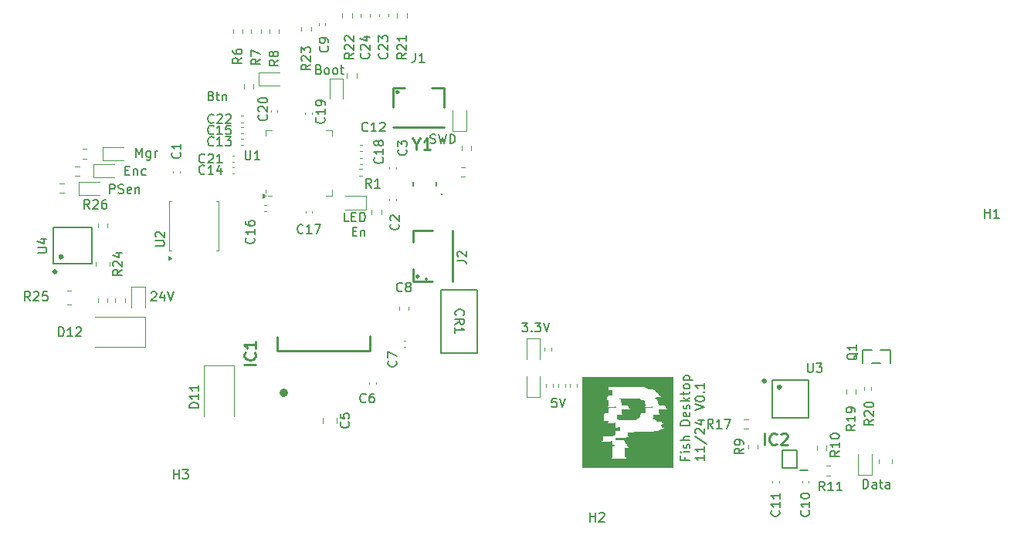
<source format=gbr>
%TF.GenerationSoftware,KiCad,Pcbnew,8.0.2*%
%TF.CreationDate,2024-11-25T20:00:46-06:00*%
%TF.ProjectId,LampBoardDesk,4c616d70-426f-4617-9264-4465736b2e6b,rev?*%
%TF.SameCoordinates,Original*%
%TF.FileFunction,Legend,Top*%
%TF.FilePolarity,Positive*%
%FSLAX46Y46*%
G04 Gerber Fmt 4.6, Leading zero omitted, Abs format (unit mm)*
G04 Created by KiCad (PCBNEW 8.0.2) date 2024-11-25 20:00:46*
%MOMM*%
%LPD*%
G01*
G04 APERTURE LIST*
%ADD10C,0.200000*%
%ADD11C,0.150000*%
%ADD12C,0.254000*%
%ADD13C,0.120000*%
%ADD14C,0.500000*%
%ADD15C,0.300000*%
%ADD16C,0.152400*%
%ADD17C,0.250000*%
%ADD18C,0.000000*%
%ADD19C,0.100000*%
G04 APERTURE END LIST*
D10*
X74945863Y-75067219D02*
X74469673Y-75067219D01*
X74469673Y-75067219D02*
X74422054Y-75543409D01*
X74422054Y-75543409D02*
X74469673Y-75495790D01*
X74469673Y-75495790D02*
X74564911Y-75448171D01*
X74564911Y-75448171D02*
X74803006Y-75448171D01*
X74803006Y-75448171D02*
X74898244Y-75495790D01*
X74898244Y-75495790D02*
X74945863Y-75543409D01*
X74945863Y-75543409D02*
X74993482Y-75638647D01*
X74993482Y-75638647D02*
X74993482Y-75876742D01*
X74993482Y-75876742D02*
X74945863Y-75971980D01*
X74945863Y-75971980D02*
X74898244Y-76019600D01*
X74898244Y-76019600D02*
X74803006Y-76067219D01*
X74803006Y-76067219D02*
X74564911Y-76067219D01*
X74564911Y-76067219D02*
X74469673Y-76019600D01*
X74469673Y-76019600D02*
X74422054Y-75971980D01*
X75279197Y-75067219D02*
X75612530Y-76067219D01*
X75612530Y-76067219D02*
X75945863Y-75067219D01*
X30522054Y-63462457D02*
X30569673Y-63414838D01*
X30569673Y-63414838D02*
X30664911Y-63367219D01*
X30664911Y-63367219D02*
X30903006Y-63367219D01*
X30903006Y-63367219D02*
X30998244Y-63414838D01*
X30998244Y-63414838D02*
X31045863Y-63462457D01*
X31045863Y-63462457D02*
X31093482Y-63557695D01*
X31093482Y-63557695D02*
X31093482Y-63652933D01*
X31093482Y-63652933D02*
X31045863Y-63795790D01*
X31045863Y-63795790D02*
X30474435Y-64367219D01*
X30474435Y-64367219D02*
X31093482Y-64367219D01*
X31950625Y-63700552D02*
X31950625Y-64367219D01*
X31712530Y-63319600D02*
X31474435Y-64033885D01*
X31474435Y-64033885D02*
X32093482Y-64033885D01*
X32331578Y-63367219D02*
X32664911Y-64367219D01*
X32664911Y-64367219D02*
X32998244Y-63367219D01*
X52168421Y-55657275D02*
X51692231Y-55657275D01*
X51692231Y-55657275D02*
X51692231Y-54657275D01*
X52501755Y-55133465D02*
X52835088Y-55133465D01*
X52977945Y-55657275D02*
X52501755Y-55657275D01*
X52501755Y-55657275D02*
X52501755Y-54657275D01*
X52501755Y-54657275D02*
X52977945Y-54657275D01*
X53406517Y-55657275D02*
X53406517Y-54657275D01*
X53406517Y-54657275D02*
X53644612Y-54657275D01*
X53644612Y-54657275D02*
X53787469Y-54704894D01*
X53787469Y-54704894D02*
X53882707Y-54800132D01*
X53882707Y-54800132D02*
X53930326Y-54895370D01*
X53930326Y-54895370D02*
X53977945Y-55085846D01*
X53977945Y-55085846D02*
X53977945Y-55228703D01*
X53977945Y-55228703D02*
X53930326Y-55419179D01*
X53930326Y-55419179D02*
X53882707Y-55514417D01*
X53882707Y-55514417D02*
X53787469Y-55609656D01*
X53787469Y-55609656D02*
X53644612Y-55657275D01*
X53644612Y-55657275D02*
X53406517Y-55657275D01*
X52596993Y-56743409D02*
X52930326Y-56743409D01*
X53073183Y-57267219D02*
X52596993Y-57267219D01*
X52596993Y-57267219D02*
X52596993Y-56267219D01*
X52596993Y-56267219D02*
X53073183Y-56267219D01*
X53501755Y-56600552D02*
X53501755Y-57267219D01*
X53501755Y-56695790D02*
X53549374Y-56648171D01*
X53549374Y-56648171D02*
X53644612Y-56600552D01*
X53644612Y-56600552D02*
X53787469Y-56600552D01*
X53787469Y-56600552D02*
X53882707Y-56648171D01*
X53882707Y-56648171D02*
X53930326Y-56743409D01*
X53930326Y-56743409D02*
X53930326Y-57267219D01*
X61122054Y-47019600D02*
X61264911Y-47067219D01*
X61264911Y-47067219D02*
X61503006Y-47067219D01*
X61503006Y-47067219D02*
X61598244Y-47019600D01*
X61598244Y-47019600D02*
X61645863Y-46971980D01*
X61645863Y-46971980D02*
X61693482Y-46876742D01*
X61693482Y-46876742D02*
X61693482Y-46781504D01*
X61693482Y-46781504D02*
X61645863Y-46686266D01*
X61645863Y-46686266D02*
X61598244Y-46638647D01*
X61598244Y-46638647D02*
X61503006Y-46591028D01*
X61503006Y-46591028D02*
X61312530Y-46543409D01*
X61312530Y-46543409D02*
X61217292Y-46495790D01*
X61217292Y-46495790D02*
X61169673Y-46448171D01*
X61169673Y-46448171D02*
X61122054Y-46352933D01*
X61122054Y-46352933D02*
X61122054Y-46257695D01*
X61122054Y-46257695D02*
X61169673Y-46162457D01*
X61169673Y-46162457D02*
X61217292Y-46114838D01*
X61217292Y-46114838D02*
X61312530Y-46067219D01*
X61312530Y-46067219D02*
X61550625Y-46067219D01*
X61550625Y-46067219D02*
X61693482Y-46114838D01*
X62026816Y-46067219D02*
X62264911Y-47067219D01*
X62264911Y-47067219D02*
X62455387Y-46352933D01*
X62455387Y-46352933D02*
X62645863Y-47067219D01*
X62645863Y-47067219D02*
X62883959Y-46067219D01*
X63264911Y-47067219D02*
X63264911Y-46067219D01*
X63264911Y-46067219D02*
X63503006Y-46067219D01*
X63503006Y-46067219D02*
X63645863Y-46114838D01*
X63645863Y-46114838D02*
X63741101Y-46210076D01*
X63741101Y-46210076D02*
X63788720Y-46305314D01*
X63788720Y-46305314D02*
X63836339Y-46495790D01*
X63836339Y-46495790D02*
X63836339Y-46638647D01*
X63836339Y-46638647D02*
X63788720Y-46829123D01*
X63788720Y-46829123D02*
X63741101Y-46924361D01*
X63741101Y-46924361D02*
X63645863Y-47019600D01*
X63645863Y-47019600D02*
X63503006Y-47067219D01*
X63503006Y-47067219D02*
X63264911Y-47067219D01*
X48903006Y-38943409D02*
X49045863Y-38991028D01*
X49045863Y-38991028D02*
X49093482Y-39038647D01*
X49093482Y-39038647D02*
X49141101Y-39133885D01*
X49141101Y-39133885D02*
X49141101Y-39276742D01*
X49141101Y-39276742D02*
X49093482Y-39371980D01*
X49093482Y-39371980D02*
X49045863Y-39419600D01*
X49045863Y-39419600D02*
X48950625Y-39467219D01*
X48950625Y-39467219D02*
X48569673Y-39467219D01*
X48569673Y-39467219D02*
X48569673Y-38467219D01*
X48569673Y-38467219D02*
X48903006Y-38467219D01*
X48903006Y-38467219D02*
X48998244Y-38514838D01*
X48998244Y-38514838D02*
X49045863Y-38562457D01*
X49045863Y-38562457D02*
X49093482Y-38657695D01*
X49093482Y-38657695D02*
X49093482Y-38752933D01*
X49093482Y-38752933D02*
X49045863Y-38848171D01*
X49045863Y-38848171D02*
X48998244Y-38895790D01*
X48998244Y-38895790D02*
X48903006Y-38943409D01*
X48903006Y-38943409D02*
X48569673Y-38943409D01*
X49712530Y-39467219D02*
X49617292Y-39419600D01*
X49617292Y-39419600D02*
X49569673Y-39371980D01*
X49569673Y-39371980D02*
X49522054Y-39276742D01*
X49522054Y-39276742D02*
X49522054Y-38991028D01*
X49522054Y-38991028D02*
X49569673Y-38895790D01*
X49569673Y-38895790D02*
X49617292Y-38848171D01*
X49617292Y-38848171D02*
X49712530Y-38800552D01*
X49712530Y-38800552D02*
X49855387Y-38800552D01*
X49855387Y-38800552D02*
X49950625Y-38848171D01*
X49950625Y-38848171D02*
X49998244Y-38895790D01*
X49998244Y-38895790D02*
X50045863Y-38991028D01*
X50045863Y-38991028D02*
X50045863Y-39276742D01*
X50045863Y-39276742D02*
X49998244Y-39371980D01*
X49998244Y-39371980D02*
X49950625Y-39419600D01*
X49950625Y-39419600D02*
X49855387Y-39467219D01*
X49855387Y-39467219D02*
X49712530Y-39467219D01*
X50617292Y-39467219D02*
X50522054Y-39419600D01*
X50522054Y-39419600D02*
X50474435Y-39371980D01*
X50474435Y-39371980D02*
X50426816Y-39276742D01*
X50426816Y-39276742D02*
X50426816Y-38991028D01*
X50426816Y-38991028D02*
X50474435Y-38895790D01*
X50474435Y-38895790D02*
X50522054Y-38848171D01*
X50522054Y-38848171D02*
X50617292Y-38800552D01*
X50617292Y-38800552D02*
X50760149Y-38800552D01*
X50760149Y-38800552D02*
X50855387Y-38848171D01*
X50855387Y-38848171D02*
X50903006Y-38895790D01*
X50903006Y-38895790D02*
X50950625Y-38991028D01*
X50950625Y-38991028D02*
X50950625Y-39276742D01*
X50950625Y-39276742D02*
X50903006Y-39371980D01*
X50903006Y-39371980D02*
X50855387Y-39419600D01*
X50855387Y-39419600D02*
X50760149Y-39467219D01*
X50760149Y-39467219D02*
X50617292Y-39467219D01*
X51236340Y-38800552D02*
X51617292Y-38800552D01*
X51379197Y-38467219D02*
X51379197Y-39324361D01*
X51379197Y-39324361D02*
X51426816Y-39419600D01*
X51426816Y-39419600D02*
X51522054Y-39467219D01*
X51522054Y-39467219D02*
X51617292Y-39467219D01*
X89033465Y-81496993D02*
X89033465Y-81830326D01*
X89557275Y-81830326D02*
X88557275Y-81830326D01*
X88557275Y-81830326D02*
X88557275Y-81354136D01*
X89557275Y-80973183D02*
X88890608Y-80973183D01*
X88557275Y-80973183D02*
X88604894Y-81020802D01*
X88604894Y-81020802D02*
X88652513Y-80973183D01*
X88652513Y-80973183D02*
X88604894Y-80925564D01*
X88604894Y-80925564D02*
X88557275Y-80973183D01*
X88557275Y-80973183D02*
X88652513Y-80973183D01*
X89509656Y-80544612D02*
X89557275Y-80449374D01*
X89557275Y-80449374D02*
X89557275Y-80258898D01*
X89557275Y-80258898D02*
X89509656Y-80163660D01*
X89509656Y-80163660D02*
X89414417Y-80116041D01*
X89414417Y-80116041D02*
X89366798Y-80116041D01*
X89366798Y-80116041D02*
X89271560Y-80163660D01*
X89271560Y-80163660D02*
X89223941Y-80258898D01*
X89223941Y-80258898D02*
X89223941Y-80401755D01*
X89223941Y-80401755D02*
X89176322Y-80496993D01*
X89176322Y-80496993D02*
X89081084Y-80544612D01*
X89081084Y-80544612D02*
X89033465Y-80544612D01*
X89033465Y-80544612D02*
X88938227Y-80496993D01*
X88938227Y-80496993D02*
X88890608Y-80401755D01*
X88890608Y-80401755D02*
X88890608Y-80258898D01*
X88890608Y-80258898D02*
X88938227Y-80163660D01*
X89557275Y-79687469D02*
X88557275Y-79687469D01*
X89557275Y-79258898D02*
X89033465Y-79258898D01*
X89033465Y-79258898D02*
X88938227Y-79306517D01*
X88938227Y-79306517D02*
X88890608Y-79401755D01*
X88890608Y-79401755D02*
X88890608Y-79544612D01*
X88890608Y-79544612D02*
X88938227Y-79639850D01*
X88938227Y-79639850D02*
X88985846Y-79687469D01*
X89557275Y-78020802D02*
X88557275Y-78020802D01*
X88557275Y-78020802D02*
X88557275Y-77782707D01*
X88557275Y-77782707D02*
X88604894Y-77639850D01*
X88604894Y-77639850D02*
X88700132Y-77544612D01*
X88700132Y-77544612D02*
X88795370Y-77496993D01*
X88795370Y-77496993D02*
X88985846Y-77449374D01*
X88985846Y-77449374D02*
X89128703Y-77449374D01*
X89128703Y-77449374D02*
X89319179Y-77496993D01*
X89319179Y-77496993D02*
X89414417Y-77544612D01*
X89414417Y-77544612D02*
X89509656Y-77639850D01*
X89509656Y-77639850D02*
X89557275Y-77782707D01*
X89557275Y-77782707D02*
X89557275Y-78020802D01*
X89509656Y-76639850D02*
X89557275Y-76735088D01*
X89557275Y-76735088D02*
X89557275Y-76925564D01*
X89557275Y-76925564D02*
X89509656Y-77020802D01*
X89509656Y-77020802D02*
X89414417Y-77068421D01*
X89414417Y-77068421D02*
X89033465Y-77068421D01*
X89033465Y-77068421D02*
X88938227Y-77020802D01*
X88938227Y-77020802D02*
X88890608Y-76925564D01*
X88890608Y-76925564D02*
X88890608Y-76735088D01*
X88890608Y-76735088D02*
X88938227Y-76639850D01*
X88938227Y-76639850D02*
X89033465Y-76592231D01*
X89033465Y-76592231D02*
X89128703Y-76592231D01*
X89128703Y-76592231D02*
X89223941Y-77068421D01*
X89509656Y-76211278D02*
X89557275Y-76116040D01*
X89557275Y-76116040D02*
X89557275Y-75925564D01*
X89557275Y-75925564D02*
X89509656Y-75830326D01*
X89509656Y-75830326D02*
X89414417Y-75782707D01*
X89414417Y-75782707D02*
X89366798Y-75782707D01*
X89366798Y-75782707D02*
X89271560Y-75830326D01*
X89271560Y-75830326D02*
X89223941Y-75925564D01*
X89223941Y-75925564D02*
X89223941Y-76068421D01*
X89223941Y-76068421D02*
X89176322Y-76163659D01*
X89176322Y-76163659D02*
X89081084Y-76211278D01*
X89081084Y-76211278D02*
X89033465Y-76211278D01*
X89033465Y-76211278D02*
X88938227Y-76163659D01*
X88938227Y-76163659D02*
X88890608Y-76068421D01*
X88890608Y-76068421D02*
X88890608Y-75925564D01*
X88890608Y-75925564D02*
X88938227Y-75830326D01*
X89557275Y-75354135D02*
X88557275Y-75354135D01*
X89176322Y-75258897D02*
X89557275Y-74973183D01*
X88890608Y-74973183D02*
X89271560Y-75354135D01*
X88890608Y-74687468D02*
X88890608Y-74306516D01*
X88557275Y-74544611D02*
X89414417Y-74544611D01*
X89414417Y-74544611D02*
X89509656Y-74496992D01*
X89509656Y-74496992D02*
X89557275Y-74401754D01*
X89557275Y-74401754D02*
X89557275Y-74306516D01*
X89557275Y-73830325D02*
X89509656Y-73925563D01*
X89509656Y-73925563D02*
X89462036Y-73973182D01*
X89462036Y-73973182D02*
X89366798Y-74020801D01*
X89366798Y-74020801D02*
X89081084Y-74020801D01*
X89081084Y-74020801D02*
X88985846Y-73973182D01*
X88985846Y-73973182D02*
X88938227Y-73925563D01*
X88938227Y-73925563D02*
X88890608Y-73830325D01*
X88890608Y-73830325D02*
X88890608Y-73687468D01*
X88890608Y-73687468D02*
X88938227Y-73592230D01*
X88938227Y-73592230D02*
X88985846Y-73544611D01*
X88985846Y-73544611D02*
X89081084Y-73496992D01*
X89081084Y-73496992D02*
X89366798Y-73496992D01*
X89366798Y-73496992D02*
X89462036Y-73544611D01*
X89462036Y-73544611D02*
X89509656Y-73592230D01*
X89509656Y-73592230D02*
X89557275Y-73687468D01*
X89557275Y-73687468D02*
X89557275Y-73830325D01*
X88890608Y-73068420D02*
X89890608Y-73068420D01*
X88938227Y-73068420D02*
X88890608Y-72973182D01*
X88890608Y-72973182D02*
X88890608Y-72782706D01*
X88890608Y-72782706D02*
X88938227Y-72687468D01*
X88938227Y-72687468D02*
X88985846Y-72639849D01*
X88985846Y-72639849D02*
X89081084Y-72592230D01*
X89081084Y-72592230D02*
X89366798Y-72592230D01*
X89366798Y-72592230D02*
X89462036Y-72639849D01*
X89462036Y-72639849D02*
X89509656Y-72687468D01*
X89509656Y-72687468D02*
X89557275Y-72782706D01*
X89557275Y-72782706D02*
X89557275Y-72973182D01*
X89557275Y-72973182D02*
X89509656Y-73068420D01*
X91167219Y-81306517D02*
X91167219Y-81877945D01*
X91167219Y-81592231D02*
X90167219Y-81592231D01*
X90167219Y-81592231D02*
X90310076Y-81687469D01*
X90310076Y-81687469D02*
X90405314Y-81782707D01*
X90405314Y-81782707D02*
X90452933Y-81877945D01*
X91167219Y-80354136D02*
X91167219Y-80925564D01*
X91167219Y-80639850D02*
X90167219Y-80639850D01*
X90167219Y-80639850D02*
X90310076Y-80735088D01*
X90310076Y-80735088D02*
X90405314Y-80830326D01*
X90405314Y-80830326D02*
X90452933Y-80925564D01*
X90119600Y-79211279D02*
X91405314Y-80068421D01*
X90262457Y-78925564D02*
X90214838Y-78877945D01*
X90214838Y-78877945D02*
X90167219Y-78782707D01*
X90167219Y-78782707D02*
X90167219Y-78544612D01*
X90167219Y-78544612D02*
X90214838Y-78449374D01*
X90214838Y-78449374D02*
X90262457Y-78401755D01*
X90262457Y-78401755D02*
X90357695Y-78354136D01*
X90357695Y-78354136D02*
X90452933Y-78354136D01*
X90452933Y-78354136D02*
X90595790Y-78401755D01*
X90595790Y-78401755D02*
X91167219Y-78973183D01*
X91167219Y-78973183D02*
X91167219Y-78354136D01*
X90500552Y-77496993D02*
X91167219Y-77496993D01*
X90119600Y-77735088D02*
X90833885Y-77973183D01*
X90833885Y-77973183D02*
X90833885Y-77354136D01*
X90167219Y-76354135D02*
X91167219Y-76020802D01*
X91167219Y-76020802D02*
X90167219Y-75687469D01*
X90167219Y-75163659D02*
X90167219Y-75068421D01*
X90167219Y-75068421D02*
X90214838Y-74973183D01*
X90214838Y-74973183D02*
X90262457Y-74925564D01*
X90262457Y-74925564D02*
X90357695Y-74877945D01*
X90357695Y-74877945D02*
X90548171Y-74830326D01*
X90548171Y-74830326D02*
X90786266Y-74830326D01*
X90786266Y-74830326D02*
X90976742Y-74877945D01*
X90976742Y-74877945D02*
X91071980Y-74925564D01*
X91071980Y-74925564D02*
X91119600Y-74973183D01*
X91119600Y-74973183D02*
X91167219Y-75068421D01*
X91167219Y-75068421D02*
X91167219Y-75163659D01*
X91167219Y-75163659D02*
X91119600Y-75258897D01*
X91119600Y-75258897D02*
X91071980Y-75306516D01*
X91071980Y-75306516D02*
X90976742Y-75354135D01*
X90976742Y-75354135D02*
X90786266Y-75401754D01*
X90786266Y-75401754D02*
X90548171Y-75401754D01*
X90548171Y-75401754D02*
X90357695Y-75354135D01*
X90357695Y-75354135D02*
X90262457Y-75306516D01*
X90262457Y-75306516D02*
X90214838Y-75258897D01*
X90214838Y-75258897D02*
X90167219Y-75163659D01*
X91071980Y-74401754D02*
X91119600Y-74354135D01*
X91119600Y-74354135D02*
X91167219Y-74401754D01*
X91167219Y-74401754D02*
X91119600Y-74449373D01*
X91119600Y-74449373D02*
X91071980Y-74401754D01*
X91071980Y-74401754D02*
X91167219Y-74401754D01*
X91167219Y-73401755D02*
X91167219Y-73973183D01*
X91167219Y-73687469D02*
X90167219Y-73687469D01*
X90167219Y-73687469D02*
X90310076Y-73782707D01*
X90310076Y-73782707D02*
X90405314Y-73877945D01*
X90405314Y-73877945D02*
X90452933Y-73973183D01*
X25969673Y-52567219D02*
X25969673Y-51567219D01*
X25969673Y-51567219D02*
X26350625Y-51567219D01*
X26350625Y-51567219D02*
X26445863Y-51614838D01*
X26445863Y-51614838D02*
X26493482Y-51662457D01*
X26493482Y-51662457D02*
X26541101Y-51757695D01*
X26541101Y-51757695D02*
X26541101Y-51900552D01*
X26541101Y-51900552D02*
X26493482Y-51995790D01*
X26493482Y-51995790D02*
X26445863Y-52043409D01*
X26445863Y-52043409D02*
X26350625Y-52091028D01*
X26350625Y-52091028D02*
X25969673Y-52091028D01*
X26922054Y-52519600D02*
X27064911Y-52567219D01*
X27064911Y-52567219D02*
X27303006Y-52567219D01*
X27303006Y-52567219D02*
X27398244Y-52519600D01*
X27398244Y-52519600D02*
X27445863Y-52471980D01*
X27445863Y-52471980D02*
X27493482Y-52376742D01*
X27493482Y-52376742D02*
X27493482Y-52281504D01*
X27493482Y-52281504D02*
X27445863Y-52186266D01*
X27445863Y-52186266D02*
X27398244Y-52138647D01*
X27398244Y-52138647D02*
X27303006Y-52091028D01*
X27303006Y-52091028D02*
X27112530Y-52043409D01*
X27112530Y-52043409D02*
X27017292Y-51995790D01*
X27017292Y-51995790D02*
X26969673Y-51948171D01*
X26969673Y-51948171D02*
X26922054Y-51852933D01*
X26922054Y-51852933D02*
X26922054Y-51757695D01*
X26922054Y-51757695D02*
X26969673Y-51662457D01*
X26969673Y-51662457D02*
X27017292Y-51614838D01*
X27017292Y-51614838D02*
X27112530Y-51567219D01*
X27112530Y-51567219D02*
X27350625Y-51567219D01*
X27350625Y-51567219D02*
X27493482Y-51614838D01*
X28303006Y-52519600D02*
X28207768Y-52567219D01*
X28207768Y-52567219D02*
X28017292Y-52567219D01*
X28017292Y-52567219D02*
X27922054Y-52519600D01*
X27922054Y-52519600D02*
X27874435Y-52424361D01*
X27874435Y-52424361D02*
X27874435Y-52043409D01*
X27874435Y-52043409D02*
X27922054Y-51948171D01*
X27922054Y-51948171D02*
X28017292Y-51900552D01*
X28017292Y-51900552D02*
X28207768Y-51900552D01*
X28207768Y-51900552D02*
X28303006Y-51948171D01*
X28303006Y-51948171D02*
X28350625Y-52043409D01*
X28350625Y-52043409D02*
X28350625Y-52138647D01*
X28350625Y-52138647D02*
X27874435Y-52233885D01*
X28779197Y-51900552D02*
X28779197Y-52567219D01*
X28779197Y-51995790D02*
X28826816Y-51948171D01*
X28826816Y-51948171D02*
X28922054Y-51900552D01*
X28922054Y-51900552D02*
X29064911Y-51900552D01*
X29064911Y-51900552D02*
X29160149Y-51948171D01*
X29160149Y-51948171D02*
X29207768Y-52043409D01*
X29207768Y-52043409D02*
X29207768Y-52567219D01*
X27669673Y-50043409D02*
X28003006Y-50043409D01*
X28145863Y-50567219D02*
X27669673Y-50567219D01*
X27669673Y-50567219D02*
X27669673Y-49567219D01*
X27669673Y-49567219D02*
X28145863Y-49567219D01*
X28574435Y-49900552D02*
X28574435Y-50567219D01*
X28574435Y-49995790D02*
X28622054Y-49948171D01*
X28622054Y-49948171D02*
X28717292Y-49900552D01*
X28717292Y-49900552D02*
X28860149Y-49900552D01*
X28860149Y-49900552D02*
X28955387Y-49948171D01*
X28955387Y-49948171D02*
X29003006Y-50043409D01*
X29003006Y-50043409D02*
X29003006Y-50567219D01*
X29907768Y-50519600D02*
X29812530Y-50567219D01*
X29812530Y-50567219D02*
X29622054Y-50567219D01*
X29622054Y-50567219D02*
X29526816Y-50519600D01*
X29526816Y-50519600D02*
X29479197Y-50471980D01*
X29479197Y-50471980D02*
X29431578Y-50376742D01*
X29431578Y-50376742D02*
X29431578Y-50091028D01*
X29431578Y-50091028D02*
X29479197Y-49995790D01*
X29479197Y-49995790D02*
X29526816Y-49948171D01*
X29526816Y-49948171D02*
X29622054Y-49900552D01*
X29622054Y-49900552D02*
X29812530Y-49900552D01*
X29812530Y-49900552D02*
X29907768Y-49948171D01*
X71174435Y-66767219D02*
X71793482Y-66767219D01*
X71793482Y-66767219D02*
X71460149Y-67148171D01*
X71460149Y-67148171D02*
X71603006Y-67148171D01*
X71603006Y-67148171D02*
X71698244Y-67195790D01*
X71698244Y-67195790D02*
X71745863Y-67243409D01*
X71745863Y-67243409D02*
X71793482Y-67338647D01*
X71793482Y-67338647D02*
X71793482Y-67576742D01*
X71793482Y-67576742D02*
X71745863Y-67671980D01*
X71745863Y-67671980D02*
X71698244Y-67719600D01*
X71698244Y-67719600D02*
X71603006Y-67767219D01*
X71603006Y-67767219D02*
X71317292Y-67767219D01*
X71317292Y-67767219D02*
X71222054Y-67719600D01*
X71222054Y-67719600D02*
X71174435Y-67671980D01*
X72222054Y-67671980D02*
X72269673Y-67719600D01*
X72269673Y-67719600D02*
X72222054Y-67767219D01*
X72222054Y-67767219D02*
X72174435Y-67719600D01*
X72174435Y-67719600D02*
X72222054Y-67671980D01*
X72222054Y-67671980D02*
X72222054Y-67767219D01*
X72603006Y-66767219D02*
X73222053Y-66767219D01*
X73222053Y-66767219D02*
X72888720Y-67148171D01*
X72888720Y-67148171D02*
X73031577Y-67148171D01*
X73031577Y-67148171D02*
X73126815Y-67195790D01*
X73126815Y-67195790D02*
X73174434Y-67243409D01*
X73174434Y-67243409D02*
X73222053Y-67338647D01*
X73222053Y-67338647D02*
X73222053Y-67576742D01*
X73222053Y-67576742D02*
X73174434Y-67671980D01*
X73174434Y-67671980D02*
X73126815Y-67719600D01*
X73126815Y-67719600D02*
X73031577Y-67767219D01*
X73031577Y-67767219D02*
X72745863Y-67767219D01*
X72745863Y-67767219D02*
X72650625Y-67719600D01*
X72650625Y-67719600D02*
X72603006Y-67671980D01*
X73507768Y-66767219D02*
X73841101Y-67767219D01*
X73841101Y-67767219D02*
X74174434Y-66767219D01*
X37103006Y-41843409D02*
X37245863Y-41891028D01*
X37245863Y-41891028D02*
X37293482Y-41938647D01*
X37293482Y-41938647D02*
X37341101Y-42033885D01*
X37341101Y-42033885D02*
X37341101Y-42176742D01*
X37341101Y-42176742D02*
X37293482Y-42271980D01*
X37293482Y-42271980D02*
X37245863Y-42319600D01*
X37245863Y-42319600D02*
X37150625Y-42367219D01*
X37150625Y-42367219D02*
X36769673Y-42367219D01*
X36769673Y-42367219D02*
X36769673Y-41367219D01*
X36769673Y-41367219D02*
X37103006Y-41367219D01*
X37103006Y-41367219D02*
X37198244Y-41414838D01*
X37198244Y-41414838D02*
X37245863Y-41462457D01*
X37245863Y-41462457D02*
X37293482Y-41557695D01*
X37293482Y-41557695D02*
X37293482Y-41652933D01*
X37293482Y-41652933D02*
X37245863Y-41748171D01*
X37245863Y-41748171D02*
X37198244Y-41795790D01*
X37198244Y-41795790D02*
X37103006Y-41843409D01*
X37103006Y-41843409D02*
X36769673Y-41843409D01*
X37626816Y-41700552D02*
X38007768Y-41700552D01*
X37769673Y-41367219D02*
X37769673Y-42224361D01*
X37769673Y-42224361D02*
X37817292Y-42319600D01*
X37817292Y-42319600D02*
X37912530Y-42367219D01*
X37912530Y-42367219D02*
X38007768Y-42367219D01*
X38341102Y-41700552D02*
X38341102Y-42367219D01*
X38341102Y-41795790D02*
X38388721Y-41748171D01*
X38388721Y-41748171D02*
X38483959Y-41700552D01*
X38483959Y-41700552D02*
X38626816Y-41700552D01*
X38626816Y-41700552D02*
X38722054Y-41748171D01*
X38722054Y-41748171D02*
X38769673Y-41843409D01*
X38769673Y-41843409D02*
X38769673Y-42367219D01*
X108569673Y-84967219D02*
X108569673Y-83967219D01*
X108569673Y-83967219D02*
X108807768Y-83967219D01*
X108807768Y-83967219D02*
X108950625Y-84014838D01*
X108950625Y-84014838D02*
X109045863Y-84110076D01*
X109045863Y-84110076D02*
X109093482Y-84205314D01*
X109093482Y-84205314D02*
X109141101Y-84395790D01*
X109141101Y-84395790D02*
X109141101Y-84538647D01*
X109141101Y-84538647D02*
X109093482Y-84729123D01*
X109093482Y-84729123D02*
X109045863Y-84824361D01*
X109045863Y-84824361D02*
X108950625Y-84919600D01*
X108950625Y-84919600D02*
X108807768Y-84967219D01*
X108807768Y-84967219D02*
X108569673Y-84967219D01*
X109998244Y-84967219D02*
X109998244Y-84443409D01*
X109998244Y-84443409D02*
X109950625Y-84348171D01*
X109950625Y-84348171D02*
X109855387Y-84300552D01*
X109855387Y-84300552D02*
X109664911Y-84300552D01*
X109664911Y-84300552D02*
X109569673Y-84348171D01*
X109998244Y-84919600D02*
X109903006Y-84967219D01*
X109903006Y-84967219D02*
X109664911Y-84967219D01*
X109664911Y-84967219D02*
X109569673Y-84919600D01*
X109569673Y-84919600D02*
X109522054Y-84824361D01*
X109522054Y-84824361D02*
X109522054Y-84729123D01*
X109522054Y-84729123D02*
X109569673Y-84633885D01*
X109569673Y-84633885D02*
X109664911Y-84586266D01*
X109664911Y-84586266D02*
X109903006Y-84586266D01*
X109903006Y-84586266D02*
X109998244Y-84538647D01*
X110331578Y-84300552D02*
X110712530Y-84300552D01*
X110474435Y-83967219D02*
X110474435Y-84824361D01*
X110474435Y-84824361D02*
X110522054Y-84919600D01*
X110522054Y-84919600D02*
X110617292Y-84967219D01*
X110617292Y-84967219D02*
X110712530Y-84967219D01*
X111474435Y-84967219D02*
X111474435Y-84443409D01*
X111474435Y-84443409D02*
X111426816Y-84348171D01*
X111426816Y-84348171D02*
X111331578Y-84300552D01*
X111331578Y-84300552D02*
X111141102Y-84300552D01*
X111141102Y-84300552D02*
X111045864Y-84348171D01*
X111474435Y-84919600D02*
X111379197Y-84967219D01*
X111379197Y-84967219D02*
X111141102Y-84967219D01*
X111141102Y-84967219D02*
X111045864Y-84919600D01*
X111045864Y-84919600D02*
X110998245Y-84824361D01*
X110998245Y-84824361D02*
X110998245Y-84729123D01*
X110998245Y-84729123D02*
X111045864Y-84633885D01*
X111045864Y-84633885D02*
X111141102Y-84586266D01*
X111141102Y-84586266D02*
X111379197Y-84586266D01*
X111379197Y-84586266D02*
X111474435Y-84538647D01*
X28869673Y-48567219D02*
X28869673Y-47567219D01*
X28869673Y-47567219D02*
X29203006Y-48281504D01*
X29203006Y-48281504D02*
X29536339Y-47567219D01*
X29536339Y-47567219D02*
X29536339Y-48567219D01*
X30441101Y-47900552D02*
X30441101Y-48710076D01*
X30441101Y-48710076D02*
X30393482Y-48805314D01*
X30393482Y-48805314D02*
X30345863Y-48852933D01*
X30345863Y-48852933D02*
X30250625Y-48900552D01*
X30250625Y-48900552D02*
X30107768Y-48900552D01*
X30107768Y-48900552D02*
X30012530Y-48852933D01*
X30441101Y-48519600D02*
X30345863Y-48567219D01*
X30345863Y-48567219D02*
X30155387Y-48567219D01*
X30155387Y-48567219D02*
X30060149Y-48519600D01*
X30060149Y-48519600D02*
X30012530Y-48471980D01*
X30012530Y-48471980D02*
X29964911Y-48376742D01*
X29964911Y-48376742D02*
X29964911Y-48091028D01*
X29964911Y-48091028D02*
X30012530Y-47995790D01*
X30012530Y-47995790D02*
X30060149Y-47948171D01*
X30060149Y-47948171D02*
X30155387Y-47900552D01*
X30155387Y-47900552D02*
X30345863Y-47900552D01*
X30345863Y-47900552D02*
X30441101Y-47948171D01*
X30917292Y-48567219D02*
X30917292Y-47900552D01*
X30917292Y-48091028D02*
X30964911Y-47995790D01*
X30964911Y-47995790D02*
X31012530Y-47948171D01*
X31012530Y-47948171D02*
X31107768Y-47900552D01*
X31107768Y-47900552D02*
X31203006Y-47900552D01*
D11*
X40454819Y-37666666D02*
X39978628Y-37999999D01*
X40454819Y-38238094D02*
X39454819Y-38238094D01*
X39454819Y-38238094D02*
X39454819Y-37857142D01*
X39454819Y-37857142D02*
X39502438Y-37761904D01*
X39502438Y-37761904D02*
X39550057Y-37714285D01*
X39550057Y-37714285D02*
X39645295Y-37666666D01*
X39645295Y-37666666D02*
X39788152Y-37666666D01*
X39788152Y-37666666D02*
X39883390Y-37714285D01*
X39883390Y-37714285D02*
X39931009Y-37761904D01*
X39931009Y-37761904D02*
X39978628Y-37857142D01*
X39978628Y-37857142D02*
X39978628Y-38238094D01*
X39454819Y-36809523D02*
X39454819Y-36999999D01*
X39454819Y-36999999D02*
X39502438Y-37095237D01*
X39502438Y-37095237D02*
X39550057Y-37142856D01*
X39550057Y-37142856D02*
X39692914Y-37238094D01*
X39692914Y-37238094D02*
X39883390Y-37285713D01*
X39883390Y-37285713D02*
X40264342Y-37285713D01*
X40264342Y-37285713D02*
X40359580Y-37238094D01*
X40359580Y-37238094D02*
X40407200Y-37190475D01*
X40407200Y-37190475D02*
X40454819Y-37095237D01*
X40454819Y-37095237D02*
X40454819Y-36904761D01*
X40454819Y-36904761D02*
X40407200Y-36809523D01*
X40407200Y-36809523D02*
X40359580Y-36761904D01*
X40359580Y-36761904D02*
X40264342Y-36714285D01*
X40264342Y-36714285D02*
X40026247Y-36714285D01*
X40026247Y-36714285D02*
X39931009Y-36761904D01*
X39931009Y-36761904D02*
X39883390Y-36809523D01*
X39883390Y-36809523D02*
X39835771Y-36904761D01*
X39835771Y-36904761D02*
X39835771Y-37095237D01*
X39835771Y-37095237D02*
X39883390Y-37190475D01*
X39883390Y-37190475D02*
X39931009Y-37238094D01*
X39931009Y-37238094D02*
X40026247Y-37285713D01*
X57609580Y-55929166D02*
X57657200Y-55976785D01*
X57657200Y-55976785D02*
X57704819Y-56119642D01*
X57704819Y-56119642D02*
X57704819Y-56214880D01*
X57704819Y-56214880D02*
X57657200Y-56357737D01*
X57657200Y-56357737D02*
X57561961Y-56452975D01*
X57561961Y-56452975D02*
X57466723Y-56500594D01*
X57466723Y-56500594D02*
X57276247Y-56548213D01*
X57276247Y-56548213D02*
X57133390Y-56548213D01*
X57133390Y-56548213D02*
X56942914Y-56500594D01*
X56942914Y-56500594D02*
X56847676Y-56452975D01*
X56847676Y-56452975D02*
X56752438Y-56357737D01*
X56752438Y-56357737D02*
X56704819Y-56214880D01*
X56704819Y-56214880D02*
X56704819Y-56119642D01*
X56704819Y-56119642D02*
X56752438Y-55976785D01*
X56752438Y-55976785D02*
X56800057Y-55929166D01*
X56800057Y-55548213D02*
X56752438Y-55500594D01*
X56752438Y-55500594D02*
X56704819Y-55405356D01*
X56704819Y-55405356D02*
X56704819Y-55167261D01*
X56704819Y-55167261D02*
X56752438Y-55072023D01*
X56752438Y-55072023D02*
X56800057Y-55024404D01*
X56800057Y-55024404D02*
X56895295Y-54976785D01*
X56895295Y-54976785D02*
X56990533Y-54976785D01*
X56990533Y-54976785D02*
X57133390Y-55024404D01*
X57133390Y-55024404D02*
X57704819Y-55595832D01*
X57704819Y-55595832D02*
X57704819Y-54976785D01*
X33659580Y-48066666D02*
X33707200Y-48114285D01*
X33707200Y-48114285D02*
X33754819Y-48257142D01*
X33754819Y-48257142D02*
X33754819Y-48352380D01*
X33754819Y-48352380D02*
X33707200Y-48495237D01*
X33707200Y-48495237D02*
X33611961Y-48590475D01*
X33611961Y-48590475D02*
X33516723Y-48638094D01*
X33516723Y-48638094D02*
X33326247Y-48685713D01*
X33326247Y-48685713D02*
X33183390Y-48685713D01*
X33183390Y-48685713D02*
X32992914Y-48638094D01*
X32992914Y-48638094D02*
X32897676Y-48590475D01*
X32897676Y-48590475D02*
X32802438Y-48495237D01*
X32802438Y-48495237D02*
X32754819Y-48352380D01*
X32754819Y-48352380D02*
X32754819Y-48257142D01*
X32754819Y-48257142D02*
X32802438Y-48114285D01*
X32802438Y-48114285D02*
X32850057Y-48066666D01*
X33754819Y-47114285D02*
X33754819Y-47685713D01*
X33754819Y-47399999D02*
X32754819Y-47399999D01*
X32754819Y-47399999D02*
X32897676Y-47495237D01*
X32897676Y-47495237D02*
X32992914Y-47590475D01*
X32992914Y-47590475D02*
X33040533Y-47685713D01*
X107950057Y-70095238D02*
X107902438Y-70190476D01*
X107902438Y-70190476D02*
X107807200Y-70285714D01*
X107807200Y-70285714D02*
X107664342Y-70428571D01*
X107664342Y-70428571D02*
X107616723Y-70523809D01*
X107616723Y-70523809D02*
X107616723Y-70619047D01*
X107854819Y-70571428D02*
X107807200Y-70666666D01*
X107807200Y-70666666D02*
X107711961Y-70761904D01*
X107711961Y-70761904D02*
X107521485Y-70809523D01*
X107521485Y-70809523D02*
X107188152Y-70809523D01*
X107188152Y-70809523D02*
X106997676Y-70761904D01*
X106997676Y-70761904D02*
X106902438Y-70666666D01*
X106902438Y-70666666D02*
X106854819Y-70571428D01*
X106854819Y-70571428D02*
X106854819Y-70380952D01*
X106854819Y-70380952D02*
X106902438Y-70285714D01*
X106902438Y-70285714D02*
X106997676Y-70190476D01*
X106997676Y-70190476D02*
X107188152Y-70142857D01*
X107188152Y-70142857D02*
X107521485Y-70142857D01*
X107521485Y-70142857D02*
X107711961Y-70190476D01*
X107711961Y-70190476D02*
X107807200Y-70285714D01*
X107807200Y-70285714D02*
X107854819Y-70380952D01*
X107854819Y-70380952D02*
X107854819Y-70571428D01*
X107854819Y-69190476D02*
X107854819Y-69761904D01*
X107854819Y-69476190D02*
X106854819Y-69476190D01*
X106854819Y-69476190D02*
X106997676Y-69571428D01*
X106997676Y-69571428D02*
X107092914Y-69666666D01*
X107092914Y-69666666D02*
X107140533Y-69761904D01*
D12*
X41974318Y-71373762D02*
X40704318Y-71373762D01*
X41853365Y-70043285D02*
X41913842Y-70103761D01*
X41913842Y-70103761D02*
X41974318Y-70285190D01*
X41974318Y-70285190D02*
X41974318Y-70406142D01*
X41974318Y-70406142D02*
X41913842Y-70587571D01*
X41913842Y-70587571D02*
X41792889Y-70708523D01*
X41792889Y-70708523D02*
X41671937Y-70769000D01*
X41671937Y-70769000D02*
X41430032Y-70829476D01*
X41430032Y-70829476D02*
X41248603Y-70829476D01*
X41248603Y-70829476D02*
X41006699Y-70769000D01*
X41006699Y-70769000D02*
X40885746Y-70708523D01*
X40885746Y-70708523D02*
X40764794Y-70587571D01*
X40764794Y-70587571D02*
X40704318Y-70406142D01*
X40704318Y-70406142D02*
X40704318Y-70285190D01*
X40704318Y-70285190D02*
X40764794Y-70103761D01*
X40764794Y-70103761D02*
X40825270Y-70043285D01*
X41974318Y-68833761D02*
X41974318Y-69559476D01*
X41974318Y-69196619D02*
X40704318Y-69196619D01*
X40704318Y-69196619D02*
X40885746Y-69317571D01*
X40885746Y-69317571D02*
X41006699Y-69438523D01*
X41006699Y-69438523D02*
X41067175Y-69559476D01*
D11*
X20385714Y-68254819D02*
X20385714Y-67254819D01*
X20385714Y-67254819D02*
X20623809Y-67254819D01*
X20623809Y-67254819D02*
X20766666Y-67302438D01*
X20766666Y-67302438D02*
X20861904Y-67397676D01*
X20861904Y-67397676D02*
X20909523Y-67492914D01*
X20909523Y-67492914D02*
X20957142Y-67683390D01*
X20957142Y-67683390D02*
X20957142Y-67826247D01*
X20957142Y-67826247D02*
X20909523Y-68016723D01*
X20909523Y-68016723D02*
X20861904Y-68111961D01*
X20861904Y-68111961D02*
X20766666Y-68207200D01*
X20766666Y-68207200D02*
X20623809Y-68254819D01*
X20623809Y-68254819D02*
X20385714Y-68254819D01*
X21909523Y-68254819D02*
X21338095Y-68254819D01*
X21623809Y-68254819D02*
X21623809Y-67254819D01*
X21623809Y-67254819D02*
X21528571Y-67397676D01*
X21528571Y-67397676D02*
X21433333Y-67492914D01*
X21433333Y-67492914D02*
X21338095Y-67540533D01*
X22290476Y-67350057D02*
X22338095Y-67302438D01*
X22338095Y-67302438D02*
X22433333Y-67254819D01*
X22433333Y-67254819D02*
X22671428Y-67254819D01*
X22671428Y-67254819D02*
X22766666Y-67302438D01*
X22766666Y-67302438D02*
X22814285Y-67350057D01*
X22814285Y-67350057D02*
X22861904Y-67445295D01*
X22861904Y-67445295D02*
X22861904Y-67540533D01*
X22861904Y-67540533D02*
X22814285Y-67683390D01*
X22814285Y-67683390D02*
X22242857Y-68254819D01*
X22242857Y-68254819D02*
X22861904Y-68254819D01*
X18054819Y-59061904D02*
X18864342Y-59061904D01*
X18864342Y-59061904D02*
X18959580Y-59014285D01*
X18959580Y-59014285D02*
X19007200Y-58966666D01*
X19007200Y-58966666D02*
X19054819Y-58871428D01*
X19054819Y-58871428D02*
X19054819Y-58680952D01*
X19054819Y-58680952D02*
X19007200Y-58585714D01*
X19007200Y-58585714D02*
X18959580Y-58538095D01*
X18959580Y-58538095D02*
X18864342Y-58490476D01*
X18864342Y-58490476D02*
X18054819Y-58490476D01*
X18388152Y-57585714D02*
X19054819Y-57585714D01*
X18007200Y-57823809D02*
X18721485Y-58061904D01*
X18721485Y-58061904D02*
X18721485Y-57442857D01*
X52704819Y-37142857D02*
X52228628Y-37476190D01*
X52704819Y-37714285D02*
X51704819Y-37714285D01*
X51704819Y-37714285D02*
X51704819Y-37333333D01*
X51704819Y-37333333D02*
X51752438Y-37238095D01*
X51752438Y-37238095D02*
X51800057Y-37190476D01*
X51800057Y-37190476D02*
X51895295Y-37142857D01*
X51895295Y-37142857D02*
X52038152Y-37142857D01*
X52038152Y-37142857D02*
X52133390Y-37190476D01*
X52133390Y-37190476D02*
X52181009Y-37238095D01*
X52181009Y-37238095D02*
X52228628Y-37333333D01*
X52228628Y-37333333D02*
X52228628Y-37714285D01*
X51800057Y-36761904D02*
X51752438Y-36714285D01*
X51752438Y-36714285D02*
X51704819Y-36619047D01*
X51704819Y-36619047D02*
X51704819Y-36380952D01*
X51704819Y-36380952D02*
X51752438Y-36285714D01*
X51752438Y-36285714D02*
X51800057Y-36238095D01*
X51800057Y-36238095D02*
X51895295Y-36190476D01*
X51895295Y-36190476D02*
X51990533Y-36190476D01*
X51990533Y-36190476D02*
X52133390Y-36238095D01*
X52133390Y-36238095D02*
X52704819Y-36809523D01*
X52704819Y-36809523D02*
X52704819Y-36190476D01*
X51800057Y-35809523D02*
X51752438Y-35761904D01*
X51752438Y-35761904D02*
X51704819Y-35666666D01*
X51704819Y-35666666D02*
X51704819Y-35428571D01*
X51704819Y-35428571D02*
X51752438Y-35333333D01*
X51752438Y-35333333D02*
X51800057Y-35285714D01*
X51800057Y-35285714D02*
X51895295Y-35238095D01*
X51895295Y-35238095D02*
X51990533Y-35238095D01*
X51990533Y-35238095D02*
X52133390Y-35285714D01*
X52133390Y-35285714D02*
X52704819Y-35857142D01*
X52704819Y-35857142D02*
X52704819Y-35238095D01*
X63940419Y-65933333D02*
X63892800Y-65885714D01*
X63892800Y-65885714D02*
X63845180Y-65742857D01*
X63845180Y-65742857D02*
X63845180Y-65647619D01*
X63845180Y-65647619D02*
X63892800Y-65504762D01*
X63892800Y-65504762D02*
X63988038Y-65409524D01*
X63988038Y-65409524D02*
X64083276Y-65361905D01*
X64083276Y-65361905D02*
X64273752Y-65314286D01*
X64273752Y-65314286D02*
X64416609Y-65314286D01*
X64416609Y-65314286D02*
X64607085Y-65361905D01*
X64607085Y-65361905D02*
X64702323Y-65409524D01*
X64702323Y-65409524D02*
X64797561Y-65504762D01*
X64797561Y-65504762D02*
X64845180Y-65647619D01*
X64845180Y-65647619D02*
X64845180Y-65742857D01*
X64845180Y-65742857D02*
X64797561Y-65885714D01*
X64797561Y-65885714D02*
X64749942Y-65933333D01*
X63845180Y-66933333D02*
X64321371Y-66600000D01*
X63845180Y-66361905D02*
X64845180Y-66361905D01*
X64845180Y-66361905D02*
X64845180Y-66742857D01*
X64845180Y-66742857D02*
X64797561Y-66838095D01*
X64797561Y-66838095D02*
X64749942Y-66885714D01*
X64749942Y-66885714D02*
X64654704Y-66933333D01*
X64654704Y-66933333D02*
X64511847Y-66933333D01*
X64511847Y-66933333D02*
X64416609Y-66885714D01*
X64416609Y-66885714D02*
X64368990Y-66838095D01*
X64368990Y-66838095D02*
X64321371Y-66742857D01*
X64321371Y-66742857D02*
X64321371Y-66361905D01*
X63845180Y-67885714D02*
X63845180Y-67314286D01*
X63845180Y-67600000D02*
X64845180Y-67600000D01*
X64845180Y-67600000D02*
X64702323Y-67504762D01*
X64702323Y-67504762D02*
X64607085Y-67409524D01*
X64607085Y-67409524D02*
X64559466Y-67314286D01*
X36377142Y-49122080D02*
X36329523Y-49169700D01*
X36329523Y-49169700D02*
X36186666Y-49217319D01*
X36186666Y-49217319D02*
X36091428Y-49217319D01*
X36091428Y-49217319D02*
X35948571Y-49169700D01*
X35948571Y-49169700D02*
X35853333Y-49074461D01*
X35853333Y-49074461D02*
X35805714Y-48979223D01*
X35805714Y-48979223D02*
X35758095Y-48788747D01*
X35758095Y-48788747D02*
X35758095Y-48645890D01*
X35758095Y-48645890D02*
X35805714Y-48455414D01*
X35805714Y-48455414D02*
X35853333Y-48360176D01*
X35853333Y-48360176D02*
X35948571Y-48264938D01*
X35948571Y-48264938D02*
X36091428Y-48217319D01*
X36091428Y-48217319D02*
X36186666Y-48217319D01*
X36186666Y-48217319D02*
X36329523Y-48264938D01*
X36329523Y-48264938D02*
X36377142Y-48312557D01*
X36758095Y-48312557D02*
X36805714Y-48264938D01*
X36805714Y-48264938D02*
X36900952Y-48217319D01*
X36900952Y-48217319D02*
X37139047Y-48217319D01*
X37139047Y-48217319D02*
X37234285Y-48264938D01*
X37234285Y-48264938D02*
X37281904Y-48312557D01*
X37281904Y-48312557D02*
X37329523Y-48407795D01*
X37329523Y-48407795D02*
X37329523Y-48503033D01*
X37329523Y-48503033D02*
X37281904Y-48645890D01*
X37281904Y-48645890D02*
X36710476Y-49217319D01*
X36710476Y-49217319D02*
X37329523Y-49217319D01*
X38281904Y-49217319D02*
X37710476Y-49217319D01*
X37996190Y-49217319D02*
X37996190Y-48217319D01*
X37996190Y-48217319D02*
X37900952Y-48360176D01*
X37900952Y-48360176D02*
X37805714Y-48455414D01*
X37805714Y-48455414D02*
X37710476Y-48503033D01*
X58454819Y-37142857D02*
X57978628Y-37476190D01*
X58454819Y-37714285D02*
X57454819Y-37714285D01*
X57454819Y-37714285D02*
X57454819Y-37333333D01*
X57454819Y-37333333D02*
X57502438Y-37238095D01*
X57502438Y-37238095D02*
X57550057Y-37190476D01*
X57550057Y-37190476D02*
X57645295Y-37142857D01*
X57645295Y-37142857D02*
X57788152Y-37142857D01*
X57788152Y-37142857D02*
X57883390Y-37190476D01*
X57883390Y-37190476D02*
X57931009Y-37238095D01*
X57931009Y-37238095D02*
X57978628Y-37333333D01*
X57978628Y-37333333D02*
X57978628Y-37714285D01*
X57550057Y-36761904D02*
X57502438Y-36714285D01*
X57502438Y-36714285D02*
X57454819Y-36619047D01*
X57454819Y-36619047D02*
X57454819Y-36380952D01*
X57454819Y-36380952D02*
X57502438Y-36285714D01*
X57502438Y-36285714D02*
X57550057Y-36238095D01*
X57550057Y-36238095D02*
X57645295Y-36190476D01*
X57645295Y-36190476D02*
X57740533Y-36190476D01*
X57740533Y-36190476D02*
X57883390Y-36238095D01*
X57883390Y-36238095D02*
X58454819Y-36809523D01*
X58454819Y-36809523D02*
X58454819Y-36190476D01*
X58454819Y-35238095D02*
X58454819Y-35809523D01*
X58454819Y-35523809D02*
X57454819Y-35523809D01*
X57454819Y-35523809D02*
X57597676Y-35619047D01*
X57597676Y-35619047D02*
X57692914Y-35714285D01*
X57692914Y-35714285D02*
X57740533Y-35809523D01*
X17257142Y-64354819D02*
X16923809Y-63878628D01*
X16685714Y-64354819D02*
X16685714Y-63354819D01*
X16685714Y-63354819D02*
X17066666Y-63354819D01*
X17066666Y-63354819D02*
X17161904Y-63402438D01*
X17161904Y-63402438D02*
X17209523Y-63450057D01*
X17209523Y-63450057D02*
X17257142Y-63545295D01*
X17257142Y-63545295D02*
X17257142Y-63688152D01*
X17257142Y-63688152D02*
X17209523Y-63783390D01*
X17209523Y-63783390D02*
X17161904Y-63831009D01*
X17161904Y-63831009D02*
X17066666Y-63878628D01*
X17066666Y-63878628D02*
X16685714Y-63878628D01*
X17638095Y-63450057D02*
X17685714Y-63402438D01*
X17685714Y-63402438D02*
X17780952Y-63354819D01*
X17780952Y-63354819D02*
X18019047Y-63354819D01*
X18019047Y-63354819D02*
X18114285Y-63402438D01*
X18114285Y-63402438D02*
X18161904Y-63450057D01*
X18161904Y-63450057D02*
X18209523Y-63545295D01*
X18209523Y-63545295D02*
X18209523Y-63640533D01*
X18209523Y-63640533D02*
X18161904Y-63783390D01*
X18161904Y-63783390D02*
X17590476Y-64354819D01*
X17590476Y-64354819D02*
X18209523Y-64354819D01*
X19114285Y-63354819D02*
X18638095Y-63354819D01*
X18638095Y-63354819D02*
X18590476Y-63831009D01*
X18590476Y-63831009D02*
X18638095Y-63783390D01*
X18638095Y-63783390D02*
X18733333Y-63735771D01*
X18733333Y-63735771D02*
X18971428Y-63735771D01*
X18971428Y-63735771D02*
X19066666Y-63783390D01*
X19066666Y-63783390D02*
X19114285Y-63831009D01*
X19114285Y-63831009D02*
X19161904Y-63926247D01*
X19161904Y-63926247D02*
X19161904Y-64164342D01*
X19161904Y-64164342D02*
X19114285Y-64259580D01*
X19114285Y-64259580D02*
X19066666Y-64307200D01*
X19066666Y-64307200D02*
X18971428Y-64354819D01*
X18971428Y-64354819D02*
X18733333Y-64354819D01*
X18733333Y-64354819D02*
X18638095Y-64307200D01*
X18638095Y-64307200D02*
X18590476Y-64259580D01*
X102488095Y-71204819D02*
X102488095Y-72014342D01*
X102488095Y-72014342D02*
X102535714Y-72109580D01*
X102535714Y-72109580D02*
X102583333Y-72157200D01*
X102583333Y-72157200D02*
X102678571Y-72204819D01*
X102678571Y-72204819D02*
X102869047Y-72204819D01*
X102869047Y-72204819D02*
X102964285Y-72157200D01*
X102964285Y-72157200D02*
X103011904Y-72109580D01*
X103011904Y-72109580D02*
X103059523Y-72014342D01*
X103059523Y-72014342D02*
X103059523Y-71204819D01*
X103440476Y-71204819D02*
X104059523Y-71204819D01*
X104059523Y-71204819D02*
X103726190Y-71585771D01*
X103726190Y-71585771D02*
X103869047Y-71585771D01*
X103869047Y-71585771D02*
X103964285Y-71633390D01*
X103964285Y-71633390D02*
X104011904Y-71681009D01*
X104011904Y-71681009D02*
X104059523Y-71776247D01*
X104059523Y-71776247D02*
X104059523Y-72014342D01*
X104059523Y-72014342D02*
X104011904Y-72109580D01*
X104011904Y-72109580D02*
X103964285Y-72157200D01*
X103964285Y-72157200D02*
X103869047Y-72204819D01*
X103869047Y-72204819D02*
X103583333Y-72204819D01*
X103583333Y-72204819D02*
X103488095Y-72157200D01*
X103488095Y-72157200D02*
X103440476Y-72109580D01*
X44454819Y-37916666D02*
X43978628Y-38249999D01*
X44454819Y-38488094D02*
X43454819Y-38488094D01*
X43454819Y-38488094D02*
X43454819Y-38107142D01*
X43454819Y-38107142D02*
X43502438Y-38011904D01*
X43502438Y-38011904D02*
X43550057Y-37964285D01*
X43550057Y-37964285D02*
X43645295Y-37916666D01*
X43645295Y-37916666D02*
X43788152Y-37916666D01*
X43788152Y-37916666D02*
X43883390Y-37964285D01*
X43883390Y-37964285D02*
X43931009Y-38011904D01*
X43931009Y-38011904D02*
X43978628Y-38107142D01*
X43978628Y-38107142D02*
X43978628Y-38488094D01*
X43883390Y-37345237D02*
X43835771Y-37440475D01*
X43835771Y-37440475D02*
X43788152Y-37488094D01*
X43788152Y-37488094D02*
X43692914Y-37535713D01*
X43692914Y-37535713D02*
X43645295Y-37535713D01*
X43645295Y-37535713D02*
X43550057Y-37488094D01*
X43550057Y-37488094D02*
X43502438Y-37440475D01*
X43502438Y-37440475D02*
X43454819Y-37345237D01*
X43454819Y-37345237D02*
X43454819Y-37154761D01*
X43454819Y-37154761D02*
X43502438Y-37059523D01*
X43502438Y-37059523D02*
X43550057Y-37011904D01*
X43550057Y-37011904D02*
X43645295Y-36964285D01*
X43645295Y-36964285D02*
X43692914Y-36964285D01*
X43692914Y-36964285D02*
X43788152Y-37011904D01*
X43788152Y-37011904D02*
X43835771Y-37059523D01*
X43835771Y-37059523D02*
X43883390Y-37154761D01*
X43883390Y-37154761D02*
X43883390Y-37345237D01*
X43883390Y-37345237D02*
X43931009Y-37440475D01*
X43931009Y-37440475D02*
X43978628Y-37488094D01*
X43978628Y-37488094D02*
X44073866Y-37535713D01*
X44073866Y-37535713D02*
X44264342Y-37535713D01*
X44264342Y-37535713D02*
X44359580Y-37488094D01*
X44359580Y-37488094D02*
X44407200Y-37440475D01*
X44407200Y-37440475D02*
X44454819Y-37345237D01*
X44454819Y-37345237D02*
X44454819Y-37154761D01*
X44454819Y-37154761D02*
X44407200Y-37059523D01*
X44407200Y-37059523D02*
X44359580Y-37011904D01*
X44359580Y-37011904D02*
X44264342Y-36964285D01*
X44264342Y-36964285D02*
X44073866Y-36964285D01*
X44073866Y-36964285D02*
X43978628Y-37011904D01*
X43978628Y-37011904D02*
X43931009Y-37059523D01*
X43931009Y-37059523D02*
X43883390Y-37154761D01*
X56359580Y-37142857D02*
X56407200Y-37190476D01*
X56407200Y-37190476D02*
X56454819Y-37333333D01*
X56454819Y-37333333D02*
X56454819Y-37428571D01*
X56454819Y-37428571D02*
X56407200Y-37571428D01*
X56407200Y-37571428D02*
X56311961Y-37666666D01*
X56311961Y-37666666D02*
X56216723Y-37714285D01*
X56216723Y-37714285D02*
X56026247Y-37761904D01*
X56026247Y-37761904D02*
X55883390Y-37761904D01*
X55883390Y-37761904D02*
X55692914Y-37714285D01*
X55692914Y-37714285D02*
X55597676Y-37666666D01*
X55597676Y-37666666D02*
X55502438Y-37571428D01*
X55502438Y-37571428D02*
X55454819Y-37428571D01*
X55454819Y-37428571D02*
X55454819Y-37333333D01*
X55454819Y-37333333D02*
X55502438Y-37190476D01*
X55502438Y-37190476D02*
X55550057Y-37142857D01*
X55550057Y-36761904D02*
X55502438Y-36714285D01*
X55502438Y-36714285D02*
X55454819Y-36619047D01*
X55454819Y-36619047D02*
X55454819Y-36380952D01*
X55454819Y-36380952D02*
X55502438Y-36285714D01*
X55502438Y-36285714D02*
X55550057Y-36238095D01*
X55550057Y-36238095D02*
X55645295Y-36190476D01*
X55645295Y-36190476D02*
X55740533Y-36190476D01*
X55740533Y-36190476D02*
X55883390Y-36238095D01*
X55883390Y-36238095D02*
X56454819Y-36809523D01*
X56454819Y-36809523D02*
X56454819Y-36190476D01*
X55454819Y-35857142D02*
X55454819Y-35238095D01*
X55454819Y-35238095D02*
X55835771Y-35571428D01*
X55835771Y-35571428D02*
X55835771Y-35428571D01*
X55835771Y-35428571D02*
X55883390Y-35333333D01*
X55883390Y-35333333D02*
X55931009Y-35285714D01*
X55931009Y-35285714D02*
X56026247Y-35238095D01*
X56026247Y-35238095D02*
X56264342Y-35238095D01*
X56264342Y-35238095D02*
X56359580Y-35285714D01*
X56359580Y-35285714D02*
X56407200Y-35333333D01*
X56407200Y-35333333D02*
X56454819Y-35428571D01*
X56454819Y-35428571D02*
X56454819Y-35714285D01*
X56454819Y-35714285D02*
X56407200Y-35809523D01*
X56407200Y-35809523D02*
X56359580Y-35857142D01*
X54257142Y-45659580D02*
X54209523Y-45707200D01*
X54209523Y-45707200D02*
X54066666Y-45754819D01*
X54066666Y-45754819D02*
X53971428Y-45754819D01*
X53971428Y-45754819D02*
X53828571Y-45707200D01*
X53828571Y-45707200D02*
X53733333Y-45611961D01*
X53733333Y-45611961D02*
X53685714Y-45516723D01*
X53685714Y-45516723D02*
X53638095Y-45326247D01*
X53638095Y-45326247D02*
X53638095Y-45183390D01*
X53638095Y-45183390D02*
X53685714Y-44992914D01*
X53685714Y-44992914D02*
X53733333Y-44897676D01*
X53733333Y-44897676D02*
X53828571Y-44802438D01*
X53828571Y-44802438D02*
X53971428Y-44754819D01*
X53971428Y-44754819D02*
X54066666Y-44754819D01*
X54066666Y-44754819D02*
X54209523Y-44802438D01*
X54209523Y-44802438D02*
X54257142Y-44850057D01*
X55209523Y-45754819D02*
X54638095Y-45754819D01*
X54923809Y-45754819D02*
X54923809Y-44754819D01*
X54923809Y-44754819D02*
X54828571Y-44897676D01*
X54828571Y-44897676D02*
X54733333Y-44992914D01*
X54733333Y-44992914D02*
X54638095Y-45040533D01*
X55590476Y-44850057D02*
X55638095Y-44802438D01*
X55638095Y-44802438D02*
X55733333Y-44754819D01*
X55733333Y-44754819D02*
X55971428Y-44754819D01*
X55971428Y-44754819D02*
X56066666Y-44802438D01*
X56066666Y-44802438D02*
X56114285Y-44850057D01*
X56114285Y-44850057D02*
X56161904Y-44945295D01*
X56161904Y-44945295D02*
X56161904Y-45040533D01*
X56161904Y-45040533D02*
X56114285Y-45183390D01*
X56114285Y-45183390D02*
X55542857Y-45754819D01*
X55542857Y-45754819D02*
X56161904Y-45754819D01*
X49859580Y-36416666D02*
X49907200Y-36464285D01*
X49907200Y-36464285D02*
X49954819Y-36607142D01*
X49954819Y-36607142D02*
X49954819Y-36702380D01*
X49954819Y-36702380D02*
X49907200Y-36845237D01*
X49907200Y-36845237D02*
X49811961Y-36940475D01*
X49811961Y-36940475D02*
X49716723Y-36988094D01*
X49716723Y-36988094D02*
X49526247Y-37035713D01*
X49526247Y-37035713D02*
X49383390Y-37035713D01*
X49383390Y-37035713D02*
X49192914Y-36988094D01*
X49192914Y-36988094D02*
X49097676Y-36940475D01*
X49097676Y-36940475D02*
X49002438Y-36845237D01*
X49002438Y-36845237D02*
X48954819Y-36702380D01*
X48954819Y-36702380D02*
X48954819Y-36607142D01*
X48954819Y-36607142D02*
X49002438Y-36464285D01*
X49002438Y-36464285D02*
X49050057Y-36416666D01*
X49954819Y-35940475D02*
X49954819Y-35749999D01*
X49954819Y-35749999D02*
X49907200Y-35654761D01*
X49907200Y-35654761D02*
X49859580Y-35607142D01*
X49859580Y-35607142D02*
X49716723Y-35511904D01*
X49716723Y-35511904D02*
X49526247Y-35464285D01*
X49526247Y-35464285D02*
X49145295Y-35464285D01*
X49145295Y-35464285D02*
X49050057Y-35511904D01*
X49050057Y-35511904D02*
X49002438Y-35559523D01*
X49002438Y-35559523D02*
X48954819Y-35654761D01*
X48954819Y-35654761D02*
X48954819Y-35845237D01*
X48954819Y-35845237D02*
X49002438Y-35940475D01*
X49002438Y-35940475D02*
X49050057Y-35988094D01*
X49050057Y-35988094D02*
X49145295Y-36035713D01*
X49145295Y-36035713D02*
X49383390Y-36035713D01*
X49383390Y-36035713D02*
X49478628Y-35988094D01*
X49478628Y-35988094D02*
X49526247Y-35940475D01*
X49526247Y-35940475D02*
X49573866Y-35845237D01*
X49573866Y-35845237D02*
X49573866Y-35654761D01*
X49573866Y-35654761D02*
X49526247Y-35559523D01*
X49526247Y-35559523D02*
X49478628Y-35511904D01*
X49478628Y-35511904D02*
X49383390Y-35464285D01*
X64054819Y-59933333D02*
X64769104Y-59933333D01*
X64769104Y-59933333D02*
X64911961Y-59980952D01*
X64911961Y-59980952D02*
X65007200Y-60076190D01*
X65007200Y-60076190D02*
X65054819Y-60219047D01*
X65054819Y-60219047D02*
X65054819Y-60314285D01*
X64150057Y-59504761D02*
X64102438Y-59457142D01*
X64102438Y-59457142D02*
X64054819Y-59361904D01*
X64054819Y-59361904D02*
X64054819Y-59123809D01*
X64054819Y-59123809D02*
X64102438Y-59028571D01*
X64102438Y-59028571D02*
X64150057Y-58980952D01*
X64150057Y-58980952D02*
X64245295Y-58933333D01*
X64245295Y-58933333D02*
X64340533Y-58933333D01*
X64340533Y-58933333D02*
X64483390Y-58980952D01*
X64483390Y-58980952D02*
X65054819Y-59552380D01*
X65054819Y-59552380D02*
X65054819Y-58933333D01*
X37357142Y-45997080D02*
X37309523Y-46044700D01*
X37309523Y-46044700D02*
X37166666Y-46092319D01*
X37166666Y-46092319D02*
X37071428Y-46092319D01*
X37071428Y-46092319D02*
X36928571Y-46044700D01*
X36928571Y-46044700D02*
X36833333Y-45949461D01*
X36833333Y-45949461D02*
X36785714Y-45854223D01*
X36785714Y-45854223D02*
X36738095Y-45663747D01*
X36738095Y-45663747D02*
X36738095Y-45520890D01*
X36738095Y-45520890D02*
X36785714Y-45330414D01*
X36785714Y-45330414D02*
X36833333Y-45235176D01*
X36833333Y-45235176D02*
X36928571Y-45139938D01*
X36928571Y-45139938D02*
X37071428Y-45092319D01*
X37071428Y-45092319D02*
X37166666Y-45092319D01*
X37166666Y-45092319D02*
X37309523Y-45139938D01*
X37309523Y-45139938D02*
X37357142Y-45187557D01*
X38309523Y-46092319D02*
X37738095Y-46092319D01*
X38023809Y-46092319D02*
X38023809Y-45092319D01*
X38023809Y-45092319D02*
X37928571Y-45235176D01*
X37928571Y-45235176D02*
X37833333Y-45330414D01*
X37833333Y-45330414D02*
X37738095Y-45378033D01*
X39214285Y-45092319D02*
X38738095Y-45092319D01*
X38738095Y-45092319D02*
X38690476Y-45568509D01*
X38690476Y-45568509D02*
X38738095Y-45520890D01*
X38738095Y-45520890D02*
X38833333Y-45473271D01*
X38833333Y-45473271D02*
X39071428Y-45473271D01*
X39071428Y-45473271D02*
X39166666Y-45520890D01*
X39166666Y-45520890D02*
X39214285Y-45568509D01*
X39214285Y-45568509D02*
X39261904Y-45663747D01*
X39261904Y-45663747D02*
X39261904Y-45901842D01*
X39261904Y-45901842D02*
X39214285Y-45997080D01*
X39214285Y-45997080D02*
X39166666Y-46044700D01*
X39166666Y-46044700D02*
X39071428Y-46092319D01*
X39071428Y-46092319D02*
X38833333Y-46092319D01*
X38833333Y-46092319D02*
X38738095Y-46044700D01*
X38738095Y-46044700D02*
X38690476Y-45997080D01*
X36377142Y-50372080D02*
X36329523Y-50419700D01*
X36329523Y-50419700D02*
X36186666Y-50467319D01*
X36186666Y-50467319D02*
X36091428Y-50467319D01*
X36091428Y-50467319D02*
X35948571Y-50419700D01*
X35948571Y-50419700D02*
X35853333Y-50324461D01*
X35853333Y-50324461D02*
X35805714Y-50229223D01*
X35805714Y-50229223D02*
X35758095Y-50038747D01*
X35758095Y-50038747D02*
X35758095Y-49895890D01*
X35758095Y-49895890D02*
X35805714Y-49705414D01*
X35805714Y-49705414D02*
X35853333Y-49610176D01*
X35853333Y-49610176D02*
X35948571Y-49514938D01*
X35948571Y-49514938D02*
X36091428Y-49467319D01*
X36091428Y-49467319D02*
X36186666Y-49467319D01*
X36186666Y-49467319D02*
X36329523Y-49514938D01*
X36329523Y-49514938D02*
X36377142Y-49562557D01*
X37329523Y-50467319D02*
X36758095Y-50467319D01*
X37043809Y-50467319D02*
X37043809Y-49467319D01*
X37043809Y-49467319D02*
X36948571Y-49610176D01*
X36948571Y-49610176D02*
X36853333Y-49705414D01*
X36853333Y-49705414D02*
X36758095Y-49753033D01*
X38186666Y-49800652D02*
X38186666Y-50467319D01*
X37948571Y-49419700D02*
X37710476Y-50133985D01*
X37710476Y-50133985D02*
X38329523Y-50133985D01*
X35704819Y-76114285D02*
X34704819Y-76114285D01*
X34704819Y-76114285D02*
X34704819Y-75876190D01*
X34704819Y-75876190D02*
X34752438Y-75733333D01*
X34752438Y-75733333D02*
X34847676Y-75638095D01*
X34847676Y-75638095D02*
X34942914Y-75590476D01*
X34942914Y-75590476D02*
X35133390Y-75542857D01*
X35133390Y-75542857D02*
X35276247Y-75542857D01*
X35276247Y-75542857D02*
X35466723Y-75590476D01*
X35466723Y-75590476D02*
X35561961Y-75638095D01*
X35561961Y-75638095D02*
X35657200Y-75733333D01*
X35657200Y-75733333D02*
X35704819Y-75876190D01*
X35704819Y-75876190D02*
X35704819Y-76114285D01*
X35704819Y-74590476D02*
X35704819Y-75161904D01*
X35704819Y-74876190D02*
X34704819Y-74876190D01*
X34704819Y-74876190D02*
X34847676Y-74971428D01*
X34847676Y-74971428D02*
X34942914Y-75066666D01*
X34942914Y-75066666D02*
X34990533Y-75161904D01*
X35704819Y-73638095D02*
X35704819Y-74209523D01*
X35704819Y-73923809D02*
X34704819Y-73923809D01*
X34704819Y-73923809D02*
X34847676Y-74019047D01*
X34847676Y-74019047D02*
X34942914Y-74114285D01*
X34942914Y-74114285D02*
X34990533Y-74209523D01*
X54633333Y-51942319D02*
X54300000Y-51466128D01*
X54061905Y-51942319D02*
X54061905Y-50942319D01*
X54061905Y-50942319D02*
X54442857Y-50942319D01*
X54442857Y-50942319D02*
X54538095Y-50989938D01*
X54538095Y-50989938D02*
X54585714Y-51037557D01*
X54585714Y-51037557D02*
X54633333Y-51132795D01*
X54633333Y-51132795D02*
X54633333Y-51275652D01*
X54633333Y-51275652D02*
X54585714Y-51370890D01*
X54585714Y-51370890D02*
X54538095Y-51418509D01*
X54538095Y-51418509D02*
X54442857Y-51466128D01*
X54442857Y-51466128D02*
X54061905Y-51466128D01*
X55585714Y-51942319D02*
X55014286Y-51942319D01*
X55300000Y-51942319D02*
X55300000Y-50942319D01*
X55300000Y-50942319D02*
X55204762Y-51085176D01*
X55204762Y-51085176D02*
X55109524Y-51180414D01*
X55109524Y-51180414D02*
X55014286Y-51228033D01*
X92107142Y-78354819D02*
X91773809Y-77878628D01*
X91535714Y-78354819D02*
X91535714Y-77354819D01*
X91535714Y-77354819D02*
X91916666Y-77354819D01*
X91916666Y-77354819D02*
X92011904Y-77402438D01*
X92011904Y-77402438D02*
X92059523Y-77450057D01*
X92059523Y-77450057D02*
X92107142Y-77545295D01*
X92107142Y-77545295D02*
X92107142Y-77688152D01*
X92107142Y-77688152D02*
X92059523Y-77783390D01*
X92059523Y-77783390D02*
X92011904Y-77831009D01*
X92011904Y-77831009D02*
X91916666Y-77878628D01*
X91916666Y-77878628D02*
X91535714Y-77878628D01*
X93059523Y-78354819D02*
X92488095Y-78354819D01*
X92773809Y-78354819D02*
X92773809Y-77354819D01*
X92773809Y-77354819D02*
X92678571Y-77497676D01*
X92678571Y-77497676D02*
X92583333Y-77592914D01*
X92583333Y-77592914D02*
X92488095Y-77640533D01*
X93392857Y-77354819D02*
X94059523Y-77354819D01*
X94059523Y-77354819D02*
X93630952Y-78354819D01*
X30954819Y-58349404D02*
X31764342Y-58349404D01*
X31764342Y-58349404D02*
X31859580Y-58301785D01*
X31859580Y-58301785D02*
X31907200Y-58254166D01*
X31907200Y-58254166D02*
X31954819Y-58158928D01*
X31954819Y-58158928D02*
X31954819Y-57968452D01*
X31954819Y-57968452D02*
X31907200Y-57873214D01*
X31907200Y-57873214D02*
X31859580Y-57825595D01*
X31859580Y-57825595D02*
X31764342Y-57777976D01*
X31764342Y-57777976D02*
X30954819Y-57777976D01*
X31050057Y-57349404D02*
X31002438Y-57301785D01*
X31002438Y-57301785D02*
X30954819Y-57206547D01*
X30954819Y-57206547D02*
X30954819Y-56968452D01*
X30954819Y-56968452D02*
X31002438Y-56873214D01*
X31002438Y-56873214D02*
X31050057Y-56825595D01*
X31050057Y-56825595D02*
X31145295Y-56777976D01*
X31145295Y-56777976D02*
X31240533Y-56777976D01*
X31240533Y-56777976D02*
X31383390Y-56825595D01*
X31383390Y-56825595D02*
X31954819Y-57397023D01*
X31954819Y-57397023D02*
X31954819Y-56777976D01*
X32988095Y-83904819D02*
X32988095Y-82904819D01*
X32988095Y-83381009D02*
X33559523Y-83381009D01*
X33559523Y-83904819D02*
X33559523Y-82904819D01*
X33940476Y-82904819D02*
X34559523Y-82904819D01*
X34559523Y-82904819D02*
X34226190Y-83285771D01*
X34226190Y-83285771D02*
X34369047Y-83285771D01*
X34369047Y-83285771D02*
X34464285Y-83333390D01*
X34464285Y-83333390D02*
X34511904Y-83381009D01*
X34511904Y-83381009D02*
X34559523Y-83476247D01*
X34559523Y-83476247D02*
X34559523Y-83714342D01*
X34559523Y-83714342D02*
X34511904Y-83809580D01*
X34511904Y-83809580D02*
X34464285Y-83857200D01*
X34464285Y-83857200D02*
X34369047Y-83904819D01*
X34369047Y-83904819D02*
X34083333Y-83904819D01*
X34083333Y-83904819D02*
X33988095Y-83857200D01*
X33988095Y-83857200D02*
X33940476Y-83809580D01*
X54359580Y-37167857D02*
X54407200Y-37215476D01*
X54407200Y-37215476D02*
X54454819Y-37358333D01*
X54454819Y-37358333D02*
X54454819Y-37453571D01*
X54454819Y-37453571D02*
X54407200Y-37596428D01*
X54407200Y-37596428D02*
X54311961Y-37691666D01*
X54311961Y-37691666D02*
X54216723Y-37739285D01*
X54216723Y-37739285D02*
X54026247Y-37786904D01*
X54026247Y-37786904D02*
X53883390Y-37786904D01*
X53883390Y-37786904D02*
X53692914Y-37739285D01*
X53692914Y-37739285D02*
X53597676Y-37691666D01*
X53597676Y-37691666D02*
X53502438Y-37596428D01*
X53502438Y-37596428D02*
X53454819Y-37453571D01*
X53454819Y-37453571D02*
X53454819Y-37358333D01*
X53454819Y-37358333D02*
X53502438Y-37215476D01*
X53502438Y-37215476D02*
X53550057Y-37167857D01*
X53550057Y-36786904D02*
X53502438Y-36739285D01*
X53502438Y-36739285D02*
X53454819Y-36644047D01*
X53454819Y-36644047D02*
X53454819Y-36405952D01*
X53454819Y-36405952D02*
X53502438Y-36310714D01*
X53502438Y-36310714D02*
X53550057Y-36263095D01*
X53550057Y-36263095D02*
X53645295Y-36215476D01*
X53645295Y-36215476D02*
X53740533Y-36215476D01*
X53740533Y-36215476D02*
X53883390Y-36263095D01*
X53883390Y-36263095D02*
X54454819Y-36834523D01*
X54454819Y-36834523D02*
X54454819Y-36215476D01*
X53788152Y-35358333D02*
X54454819Y-35358333D01*
X53407200Y-35596428D02*
X54121485Y-35834523D01*
X54121485Y-35834523D02*
X54121485Y-35215476D01*
X47157142Y-56859580D02*
X47109523Y-56907200D01*
X47109523Y-56907200D02*
X46966666Y-56954819D01*
X46966666Y-56954819D02*
X46871428Y-56954819D01*
X46871428Y-56954819D02*
X46728571Y-56907200D01*
X46728571Y-56907200D02*
X46633333Y-56811961D01*
X46633333Y-56811961D02*
X46585714Y-56716723D01*
X46585714Y-56716723D02*
X46538095Y-56526247D01*
X46538095Y-56526247D02*
X46538095Y-56383390D01*
X46538095Y-56383390D02*
X46585714Y-56192914D01*
X46585714Y-56192914D02*
X46633333Y-56097676D01*
X46633333Y-56097676D02*
X46728571Y-56002438D01*
X46728571Y-56002438D02*
X46871428Y-55954819D01*
X46871428Y-55954819D02*
X46966666Y-55954819D01*
X46966666Y-55954819D02*
X47109523Y-56002438D01*
X47109523Y-56002438D02*
X47157142Y-56050057D01*
X48109523Y-56954819D02*
X47538095Y-56954819D01*
X47823809Y-56954819D02*
X47823809Y-55954819D01*
X47823809Y-55954819D02*
X47728571Y-56097676D01*
X47728571Y-56097676D02*
X47633333Y-56192914D01*
X47633333Y-56192914D02*
X47538095Y-56240533D01*
X48442857Y-55954819D02*
X49109523Y-55954819D01*
X49109523Y-55954819D02*
X48680952Y-56954819D01*
X54033333Y-75459580D02*
X53985714Y-75507200D01*
X53985714Y-75507200D02*
X53842857Y-75554819D01*
X53842857Y-75554819D02*
X53747619Y-75554819D01*
X53747619Y-75554819D02*
X53604762Y-75507200D01*
X53604762Y-75507200D02*
X53509524Y-75411961D01*
X53509524Y-75411961D02*
X53461905Y-75316723D01*
X53461905Y-75316723D02*
X53414286Y-75126247D01*
X53414286Y-75126247D02*
X53414286Y-74983390D01*
X53414286Y-74983390D02*
X53461905Y-74792914D01*
X53461905Y-74792914D02*
X53509524Y-74697676D01*
X53509524Y-74697676D02*
X53604762Y-74602438D01*
X53604762Y-74602438D02*
X53747619Y-74554819D01*
X53747619Y-74554819D02*
X53842857Y-74554819D01*
X53842857Y-74554819D02*
X53985714Y-74602438D01*
X53985714Y-74602438D02*
X54033333Y-74650057D01*
X54890476Y-74554819D02*
X54700000Y-74554819D01*
X54700000Y-74554819D02*
X54604762Y-74602438D01*
X54604762Y-74602438D02*
X54557143Y-74650057D01*
X54557143Y-74650057D02*
X54461905Y-74792914D01*
X54461905Y-74792914D02*
X54414286Y-74983390D01*
X54414286Y-74983390D02*
X54414286Y-75364342D01*
X54414286Y-75364342D02*
X54461905Y-75459580D01*
X54461905Y-75459580D02*
X54509524Y-75507200D01*
X54509524Y-75507200D02*
X54604762Y-75554819D01*
X54604762Y-75554819D02*
X54795238Y-75554819D01*
X54795238Y-75554819D02*
X54890476Y-75507200D01*
X54890476Y-75507200D02*
X54938095Y-75459580D01*
X54938095Y-75459580D02*
X54985714Y-75364342D01*
X54985714Y-75364342D02*
X54985714Y-75126247D01*
X54985714Y-75126247D02*
X54938095Y-75031009D01*
X54938095Y-75031009D02*
X54890476Y-74983390D01*
X54890476Y-74983390D02*
X54795238Y-74935771D01*
X54795238Y-74935771D02*
X54604762Y-74935771D01*
X54604762Y-74935771D02*
X54509524Y-74983390D01*
X54509524Y-74983390D02*
X54461905Y-75031009D01*
X54461905Y-75031009D02*
X54414286Y-75126247D01*
X95454819Y-80566666D02*
X94978628Y-80899999D01*
X95454819Y-81138094D02*
X94454819Y-81138094D01*
X94454819Y-81138094D02*
X94454819Y-80757142D01*
X94454819Y-80757142D02*
X94502438Y-80661904D01*
X94502438Y-80661904D02*
X94550057Y-80614285D01*
X94550057Y-80614285D02*
X94645295Y-80566666D01*
X94645295Y-80566666D02*
X94788152Y-80566666D01*
X94788152Y-80566666D02*
X94883390Y-80614285D01*
X94883390Y-80614285D02*
X94931009Y-80661904D01*
X94931009Y-80661904D02*
X94978628Y-80757142D01*
X94978628Y-80757142D02*
X94978628Y-81138094D01*
X95454819Y-80090475D02*
X95454819Y-79899999D01*
X95454819Y-79899999D02*
X95407200Y-79804761D01*
X95407200Y-79804761D02*
X95359580Y-79757142D01*
X95359580Y-79757142D02*
X95216723Y-79661904D01*
X95216723Y-79661904D02*
X95026247Y-79614285D01*
X95026247Y-79614285D02*
X94645295Y-79614285D01*
X94645295Y-79614285D02*
X94550057Y-79661904D01*
X94550057Y-79661904D02*
X94502438Y-79709523D01*
X94502438Y-79709523D02*
X94454819Y-79804761D01*
X94454819Y-79804761D02*
X94454819Y-79995237D01*
X94454819Y-79995237D02*
X94502438Y-80090475D01*
X94502438Y-80090475D02*
X94550057Y-80138094D01*
X94550057Y-80138094D02*
X94645295Y-80185713D01*
X94645295Y-80185713D02*
X94883390Y-80185713D01*
X94883390Y-80185713D02*
X94978628Y-80138094D01*
X94978628Y-80138094D02*
X95026247Y-80090475D01*
X95026247Y-80090475D02*
X95073866Y-79995237D01*
X95073866Y-79995237D02*
X95073866Y-79804761D01*
X95073866Y-79804761D02*
X95026247Y-79709523D01*
X95026247Y-79709523D02*
X94978628Y-79661904D01*
X94978628Y-79661904D02*
X94883390Y-79614285D01*
X58459580Y-47754166D02*
X58507200Y-47801785D01*
X58507200Y-47801785D02*
X58554819Y-47944642D01*
X58554819Y-47944642D02*
X58554819Y-48039880D01*
X58554819Y-48039880D02*
X58507200Y-48182737D01*
X58507200Y-48182737D02*
X58411961Y-48277975D01*
X58411961Y-48277975D02*
X58316723Y-48325594D01*
X58316723Y-48325594D02*
X58126247Y-48373213D01*
X58126247Y-48373213D02*
X57983390Y-48373213D01*
X57983390Y-48373213D02*
X57792914Y-48325594D01*
X57792914Y-48325594D02*
X57697676Y-48277975D01*
X57697676Y-48277975D02*
X57602438Y-48182737D01*
X57602438Y-48182737D02*
X57554819Y-48039880D01*
X57554819Y-48039880D02*
X57554819Y-47944642D01*
X57554819Y-47944642D02*
X57602438Y-47801785D01*
X57602438Y-47801785D02*
X57650057Y-47754166D01*
X57554819Y-47420832D02*
X57554819Y-46801785D01*
X57554819Y-46801785D02*
X57935771Y-47135118D01*
X57935771Y-47135118D02*
X57935771Y-46992261D01*
X57935771Y-46992261D02*
X57983390Y-46897023D01*
X57983390Y-46897023D02*
X58031009Y-46849404D01*
X58031009Y-46849404D02*
X58126247Y-46801785D01*
X58126247Y-46801785D02*
X58364342Y-46801785D01*
X58364342Y-46801785D02*
X58459580Y-46849404D01*
X58459580Y-46849404D02*
X58507200Y-46897023D01*
X58507200Y-46897023D02*
X58554819Y-46992261D01*
X58554819Y-46992261D02*
X58554819Y-47277975D01*
X58554819Y-47277975D02*
X58507200Y-47373213D01*
X58507200Y-47373213D02*
X58459580Y-47420832D01*
X99359580Y-87392857D02*
X99407200Y-87440476D01*
X99407200Y-87440476D02*
X99454819Y-87583333D01*
X99454819Y-87583333D02*
X99454819Y-87678571D01*
X99454819Y-87678571D02*
X99407200Y-87821428D01*
X99407200Y-87821428D02*
X99311961Y-87916666D01*
X99311961Y-87916666D02*
X99216723Y-87964285D01*
X99216723Y-87964285D02*
X99026247Y-88011904D01*
X99026247Y-88011904D02*
X98883390Y-88011904D01*
X98883390Y-88011904D02*
X98692914Y-87964285D01*
X98692914Y-87964285D02*
X98597676Y-87916666D01*
X98597676Y-87916666D02*
X98502438Y-87821428D01*
X98502438Y-87821428D02*
X98454819Y-87678571D01*
X98454819Y-87678571D02*
X98454819Y-87583333D01*
X98454819Y-87583333D02*
X98502438Y-87440476D01*
X98502438Y-87440476D02*
X98550057Y-87392857D01*
X99454819Y-86440476D02*
X99454819Y-87011904D01*
X99454819Y-86726190D02*
X98454819Y-86726190D01*
X98454819Y-86726190D02*
X98597676Y-86821428D01*
X98597676Y-86821428D02*
X98692914Y-86916666D01*
X98692914Y-86916666D02*
X98740533Y-87011904D01*
X99454819Y-85488095D02*
X99454819Y-86059523D01*
X99454819Y-85773809D02*
X98454819Y-85773809D01*
X98454819Y-85773809D02*
X98597676Y-85869047D01*
X98597676Y-85869047D02*
X98692914Y-85964285D01*
X98692914Y-85964285D02*
X98740533Y-86059523D01*
D12*
X97760237Y-80174318D02*
X97760237Y-78904318D01*
X99090714Y-80053365D02*
X99030238Y-80113842D01*
X99030238Y-80113842D02*
X98848809Y-80174318D01*
X98848809Y-80174318D02*
X98727857Y-80174318D01*
X98727857Y-80174318D02*
X98546428Y-80113842D01*
X98546428Y-80113842D02*
X98425476Y-79992889D01*
X98425476Y-79992889D02*
X98364999Y-79871937D01*
X98364999Y-79871937D02*
X98304523Y-79630032D01*
X98304523Y-79630032D02*
X98304523Y-79448603D01*
X98304523Y-79448603D02*
X98364999Y-79206699D01*
X98364999Y-79206699D02*
X98425476Y-79085746D01*
X98425476Y-79085746D02*
X98546428Y-78964794D01*
X98546428Y-78964794D02*
X98727857Y-78904318D01*
X98727857Y-78904318D02*
X98848809Y-78904318D01*
X98848809Y-78904318D02*
X99030238Y-78964794D01*
X99030238Y-78964794D02*
X99090714Y-79025270D01*
X99574523Y-79025270D02*
X99634999Y-78964794D01*
X99634999Y-78964794D02*
X99755952Y-78904318D01*
X99755952Y-78904318D02*
X100058333Y-78904318D01*
X100058333Y-78904318D02*
X100179285Y-78964794D01*
X100179285Y-78964794D02*
X100239761Y-79025270D01*
X100239761Y-79025270D02*
X100300238Y-79146222D01*
X100300238Y-79146222D02*
X100300238Y-79267175D01*
X100300238Y-79267175D02*
X100239761Y-79448603D01*
X100239761Y-79448603D02*
X99514047Y-80174318D01*
X99514047Y-80174318D02*
X100300238Y-80174318D01*
D11*
X121888095Y-55254819D02*
X121888095Y-54254819D01*
X121888095Y-54731009D02*
X122459523Y-54731009D01*
X122459523Y-55254819D02*
X122459523Y-54254819D01*
X123459523Y-55254819D02*
X122888095Y-55254819D01*
X123173809Y-55254819D02*
X123173809Y-54254819D01*
X123173809Y-54254819D02*
X123078571Y-54397676D01*
X123078571Y-54397676D02*
X122983333Y-54492914D01*
X122983333Y-54492914D02*
X122888095Y-54540533D01*
X52139580Y-77666666D02*
X52187200Y-77714285D01*
X52187200Y-77714285D02*
X52234819Y-77857142D01*
X52234819Y-77857142D02*
X52234819Y-77952380D01*
X52234819Y-77952380D02*
X52187200Y-78095237D01*
X52187200Y-78095237D02*
X52091961Y-78190475D01*
X52091961Y-78190475D02*
X51996723Y-78238094D01*
X51996723Y-78238094D02*
X51806247Y-78285713D01*
X51806247Y-78285713D02*
X51663390Y-78285713D01*
X51663390Y-78285713D02*
X51472914Y-78238094D01*
X51472914Y-78238094D02*
X51377676Y-78190475D01*
X51377676Y-78190475D02*
X51282438Y-78095237D01*
X51282438Y-78095237D02*
X51234819Y-77952380D01*
X51234819Y-77952380D02*
X51234819Y-77857142D01*
X51234819Y-77857142D02*
X51282438Y-77714285D01*
X51282438Y-77714285D02*
X51330057Y-77666666D01*
X51234819Y-76761904D02*
X51234819Y-77238094D01*
X51234819Y-77238094D02*
X51711009Y-77285713D01*
X51711009Y-77285713D02*
X51663390Y-77238094D01*
X51663390Y-77238094D02*
X51615771Y-77142856D01*
X51615771Y-77142856D02*
X51615771Y-76904761D01*
X51615771Y-76904761D02*
X51663390Y-76809523D01*
X51663390Y-76809523D02*
X51711009Y-76761904D01*
X51711009Y-76761904D02*
X51806247Y-76714285D01*
X51806247Y-76714285D02*
X52044342Y-76714285D01*
X52044342Y-76714285D02*
X52139580Y-76761904D01*
X52139580Y-76761904D02*
X52187200Y-76809523D01*
X52187200Y-76809523D02*
X52234819Y-76904761D01*
X52234819Y-76904761D02*
X52234819Y-77142856D01*
X52234819Y-77142856D02*
X52187200Y-77238094D01*
X52187200Y-77238094D02*
X52139580Y-77285713D01*
X37357142Y-47247080D02*
X37309523Y-47294700D01*
X37309523Y-47294700D02*
X37166666Y-47342319D01*
X37166666Y-47342319D02*
X37071428Y-47342319D01*
X37071428Y-47342319D02*
X36928571Y-47294700D01*
X36928571Y-47294700D02*
X36833333Y-47199461D01*
X36833333Y-47199461D02*
X36785714Y-47104223D01*
X36785714Y-47104223D02*
X36738095Y-46913747D01*
X36738095Y-46913747D02*
X36738095Y-46770890D01*
X36738095Y-46770890D02*
X36785714Y-46580414D01*
X36785714Y-46580414D02*
X36833333Y-46485176D01*
X36833333Y-46485176D02*
X36928571Y-46389938D01*
X36928571Y-46389938D02*
X37071428Y-46342319D01*
X37071428Y-46342319D02*
X37166666Y-46342319D01*
X37166666Y-46342319D02*
X37309523Y-46389938D01*
X37309523Y-46389938D02*
X37357142Y-46437557D01*
X38309523Y-47342319D02*
X37738095Y-47342319D01*
X38023809Y-47342319D02*
X38023809Y-46342319D01*
X38023809Y-46342319D02*
X37928571Y-46485176D01*
X37928571Y-46485176D02*
X37833333Y-46580414D01*
X37833333Y-46580414D02*
X37738095Y-46628033D01*
X38642857Y-46342319D02*
X39261904Y-46342319D01*
X39261904Y-46342319D02*
X38928571Y-46723271D01*
X38928571Y-46723271D02*
X39071428Y-46723271D01*
X39071428Y-46723271D02*
X39166666Y-46770890D01*
X39166666Y-46770890D02*
X39214285Y-46818509D01*
X39214285Y-46818509D02*
X39261904Y-46913747D01*
X39261904Y-46913747D02*
X39261904Y-47151842D01*
X39261904Y-47151842D02*
X39214285Y-47247080D01*
X39214285Y-47247080D02*
X39166666Y-47294700D01*
X39166666Y-47294700D02*
X39071428Y-47342319D01*
X39071428Y-47342319D02*
X38785714Y-47342319D01*
X38785714Y-47342319D02*
X38690476Y-47294700D01*
X38690476Y-47294700D02*
X38642857Y-47247080D01*
X57359580Y-70966666D02*
X57407200Y-71014285D01*
X57407200Y-71014285D02*
X57454819Y-71157142D01*
X57454819Y-71157142D02*
X57454819Y-71252380D01*
X57454819Y-71252380D02*
X57407200Y-71395237D01*
X57407200Y-71395237D02*
X57311961Y-71490475D01*
X57311961Y-71490475D02*
X57216723Y-71538094D01*
X57216723Y-71538094D02*
X57026247Y-71585713D01*
X57026247Y-71585713D02*
X56883390Y-71585713D01*
X56883390Y-71585713D02*
X56692914Y-71538094D01*
X56692914Y-71538094D02*
X56597676Y-71490475D01*
X56597676Y-71490475D02*
X56502438Y-71395237D01*
X56502438Y-71395237D02*
X56454819Y-71252380D01*
X56454819Y-71252380D02*
X56454819Y-71157142D01*
X56454819Y-71157142D02*
X56502438Y-71014285D01*
X56502438Y-71014285D02*
X56550057Y-70966666D01*
X56454819Y-70633332D02*
X56454819Y-69966666D01*
X56454819Y-69966666D02*
X57454819Y-70395237D01*
X27304819Y-60942857D02*
X26828628Y-61276190D01*
X27304819Y-61514285D02*
X26304819Y-61514285D01*
X26304819Y-61514285D02*
X26304819Y-61133333D01*
X26304819Y-61133333D02*
X26352438Y-61038095D01*
X26352438Y-61038095D02*
X26400057Y-60990476D01*
X26400057Y-60990476D02*
X26495295Y-60942857D01*
X26495295Y-60942857D02*
X26638152Y-60942857D01*
X26638152Y-60942857D02*
X26733390Y-60990476D01*
X26733390Y-60990476D02*
X26781009Y-61038095D01*
X26781009Y-61038095D02*
X26828628Y-61133333D01*
X26828628Y-61133333D02*
X26828628Y-61514285D01*
X26400057Y-60561904D02*
X26352438Y-60514285D01*
X26352438Y-60514285D02*
X26304819Y-60419047D01*
X26304819Y-60419047D02*
X26304819Y-60180952D01*
X26304819Y-60180952D02*
X26352438Y-60085714D01*
X26352438Y-60085714D02*
X26400057Y-60038095D01*
X26400057Y-60038095D02*
X26495295Y-59990476D01*
X26495295Y-59990476D02*
X26590533Y-59990476D01*
X26590533Y-59990476D02*
X26733390Y-60038095D01*
X26733390Y-60038095D02*
X27304819Y-60609523D01*
X27304819Y-60609523D02*
X27304819Y-59990476D01*
X26638152Y-59133333D02*
X27304819Y-59133333D01*
X26257200Y-59371428D02*
X26971485Y-59609523D01*
X26971485Y-59609523D02*
X26971485Y-58990476D01*
X58033333Y-63259580D02*
X57985714Y-63307200D01*
X57985714Y-63307200D02*
X57842857Y-63354819D01*
X57842857Y-63354819D02*
X57747619Y-63354819D01*
X57747619Y-63354819D02*
X57604762Y-63307200D01*
X57604762Y-63307200D02*
X57509524Y-63211961D01*
X57509524Y-63211961D02*
X57461905Y-63116723D01*
X57461905Y-63116723D02*
X57414286Y-62926247D01*
X57414286Y-62926247D02*
X57414286Y-62783390D01*
X57414286Y-62783390D02*
X57461905Y-62592914D01*
X57461905Y-62592914D02*
X57509524Y-62497676D01*
X57509524Y-62497676D02*
X57604762Y-62402438D01*
X57604762Y-62402438D02*
X57747619Y-62354819D01*
X57747619Y-62354819D02*
X57842857Y-62354819D01*
X57842857Y-62354819D02*
X57985714Y-62402438D01*
X57985714Y-62402438D02*
X58033333Y-62450057D01*
X58604762Y-62783390D02*
X58509524Y-62735771D01*
X58509524Y-62735771D02*
X58461905Y-62688152D01*
X58461905Y-62688152D02*
X58414286Y-62592914D01*
X58414286Y-62592914D02*
X58414286Y-62545295D01*
X58414286Y-62545295D02*
X58461905Y-62450057D01*
X58461905Y-62450057D02*
X58509524Y-62402438D01*
X58509524Y-62402438D02*
X58604762Y-62354819D01*
X58604762Y-62354819D02*
X58795238Y-62354819D01*
X58795238Y-62354819D02*
X58890476Y-62402438D01*
X58890476Y-62402438D02*
X58938095Y-62450057D01*
X58938095Y-62450057D02*
X58985714Y-62545295D01*
X58985714Y-62545295D02*
X58985714Y-62592914D01*
X58985714Y-62592914D02*
X58938095Y-62688152D01*
X58938095Y-62688152D02*
X58890476Y-62735771D01*
X58890476Y-62735771D02*
X58795238Y-62783390D01*
X58795238Y-62783390D02*
X58604762Y-62783390D01*
X58604762Y-62783390D02*
X58509524Y-62831009D01*
X58509524Y-62831009D02*
X58461905Y-62878628D01*
X58461905Y-62878628D02*
X58414286Y-62973866D01*
X58414286Y-62973866D02*
X58414286Y-63164342D01*
X58414286Y-63164342D02*
X58461905Y-63259580D01*
X58461905Y-63259580D02*
X58509524Y-63307200D01*
X58509524Y-63307200D02*
X58604762Y-63354819D01*
X58604762Y-63354819D02*
X58795238Y-63354819D01*
X58795238Y-63354819D02*
X58890476Y-63307200D01*
X58890476Y-63307200D02*
X58938095Y-63259580D01*
X58938095Y-63259580D02*
X58985714Y-63164342D01*
X58985714Y-63164342D02*
X58985714Y-62973866D01*
X58985714Y-62973866D02*
X58938095Y-62878628D01*
X58938095Y-62878628D02*
X58890476Y-62831009D01*
X58890476Y-62831009D02*
X58795238Y-62783390D01*
X102609580Y-87392857D02*
X102657200Y-87440476D01*
X102657200Y-87440476D02*
X102704819Y-87583333D01*
X102704819Y-87583333D02*
X102704819Y-87678571D01*
X102704819Y-87678571D02*
X102657200Y-87821428D01*
X102657200Y-87821428D02*
X102561961Y-87916666D01*
X102561961Y-87916666D02*
X102466723Y-87964285D01*
X102466723Y-87964285D02*
X102276247Y-88011904D01*
X102276247Y-88011904D02*
X102133390Y-88011904D01*
X102133390Y-88011904D02*
X101942914Y-87964285D01*
X101942914Y-87964285D02*
X101847676Y-87916666D01*
X101847676Y-87916666D02*
X101752438Y-87821428D01*
X101752438Y-87821428D02*
X101704819Y-87678571D01*
X101704819Y-87678571D02*
X101704819Y-87583333D01*
X101704819Y-87583333D02*
X101752438Y-87440476D01*
X101752438Y-87440476D02*
X101800057Y-87392857D01*
X102704819Y-86440476D02*
X102704819Y-87011904D01*
X102704819Y-86726190D02*
X101704819Y-86726190D01*
X101704819Y-86726190D02*
X101847676Y-86821428D01*
X101847676Y-86821428D02*
X101942914Y-86916666D01*
X101942914Y-86916666D02*
X101990533Y-87011904D01*
X101704819Y-85821428D02*
X101704819Y-85726190D01*
X101704819Y-85726190D02*
X101752438Y-85630952D01*
X101752438Y-85630952D02*
X101800057Y-85583333D01*
X101800057Y-85583333D02*
X101895295Y-85535714D01*
X101895295Y-85535714D02*
X102085771Y-85488095D01*
X102085771Y-85488095D02*
X102323866Y-85488095D01*
X102323866Y-85488095D02*
X102514342Y-85535714D01*
X102514342Y-85535714D02*
X102609580Y-85583333D01*
X102609580Y-85583333D02*
X102657200Y-85630952D01*
X102657200Y-85630952D02*
X102704819Y-85726190D01*
X102704819Y-85726190D02*
X102704819Y-85821428D01*
X102704819Y-85821428D02*
X102657200Y-85916666D01*
X102657200Y-85916666D02*
X102609580Y-85964285D01*
X102609580Y-85964285D02*
X102514342Y-86011904D01*
X102514342Y-86011904D02*
X102323866Y-86059523D01*
X102323866Y-86059523D02*
X102085771Y-86059523D01*
X102085771Y-86059523D02*
X101895295Y-86011904D01*
X101895295Y-86011904D02*
X101800057Y-85964285D01*
X101800057Y-85964285D02*
X101752438Y-85916666D01*
X101752438Y-85916666D02*
X101704819Y-85821428D01*
X41759580Y-57442857D02*
X41807200Y-57490476D01*
X41807200Y-57490476D02*
X41854819Y-57633333D01*
X41854819Y-57633333D02*
X41854819Y-57728571D01*
X41854819Y-57728571D02*
X41807200Y-57871428D01*
X41807200Y-57871428D02*
X41711961Y-57966666D01*
X41711961Y-57966666D02*
X41616723Y-58014285D01*
X41616723Y-58014285D02*
X41426247Y-58061904D01*
X41426247Y-58061904D02*
X41283390Y-58061904D01*
X41283390Y-58061904D02*
X41092914Y-58014285D01*
X41092914Y-58014285D02*
X40997676Y-57966666D01*
X40997676Y-57966666D02*
X40902438Y-57871428D01*
X40902438Y-57871428D02*
X40854819Y-57728571D01*
X40854819Y-57728571D02*
X40854819Y-57633333D01*
X40854819Y-57633333D02*
X40902438Y-57490476D01*
X40902438Y-57490476D02*
X40950057Y-57442857D01*
X41854819Y-56490476D02*
X41854819Y-57061904D01*
X41854819Y-56776190D02*
X40854819Y-56776190D01*
X40854819Y-56776190D02*
X40997676Y-56871428D01*
X40997676Y-56871428D02*
X41092914Y-56966666D01*
X41092914Y-56966666D02*
X41140533Y-57061904D01*
X40854819Y-55633333D02*
X40854819Y-55823809D01*
X40854819Y-55823809D02*
X40902438Y-55919047D01*
X40902438Y-55919047D02*
X40950057Y-55966666D01*
X40950057Y-55966666D02*
X41092914Y-56061904D01*
X41092914Y-56061904D02*
X41283390Y-56109523D01*
X41283390Y-56109523D02*
X41664342Y-56109523D01*
X41664342Y-56109523D02*
X41759580Y-56061904D01*
X41759580Y-56061904D02*
X41807200Y-56014285D01*
X41807200Y-56014285D02*
X41854819Y-55919047D01*
X41854819Y-55919047D02*
X41854819Y-55728571D01*
X41854819Y-55728571D02*
X41807200Y-55633333D01*
X41807200Y-55633333D02*
X41759580Y-55585714D01*
X41759580Y-55585714D02*
X41664342Y-55538095D01*
X41664342Y-55538095D02*
X41426247Y-55538095D01*
X41426247Y-55538095D02*
X41331009Y-55585714D01*
X41331009Y-55585714D02*
X41283390Y-55633333D01*
X41283390Y-55633333D02*
X41235771Y-55728571D01*
X41235771Y-55728571D02*
X41235771Y-55919047D01*
X41235771Y-55919047D02*
X41283390Y-56014285D01*
X41283390Y-56014285D02*
X41331009Y-56061904D01*
X41331009Y-56061904D02*
X41426247Y-56109523D01*
D12*
X59595238Y-47169556D02*
X59595238Y-47774318D01*
X59171905Y-46504318D02*
X59595238Y-47169556D01*
X59595238Y-47169556D02*
X60018572Y-46504318D01*
X61107143Y-47774318D02*
X60381428Y-47774318D01*
X60744285Y-47774318D02*
X60744285Y-46504318D01*
X60744285Y-46504318D02*
X60623333Y-46685746D01*
X60623333Y-46685746D02*
X60502381Y-46806699D01*
X60502381Y-46806699D02*
X60381428Y-46867175D01*
D11*
X78638095Y-88604819D02*
X78638095Y-87604819D01*
X78638095Y-88081009D02*
X79209523Y-88081009D01*
X79209523Y-88604819D02*
X79209523Y-87604819D01*
X79638095Y-87700057D02*
X79685714Y-87652438D01*
X79685714Y-87652438D02*
X79780952Y-87604819D01*
X79780952Y-87604819D02*
X80019047Y-87604819D01*
X80019047Y-87604819D02*
X80114285Y-87652438D01*
X80114285Y-87652438D02*
X80161904Y-87700057D01*
X80161904Y-87700057D02*
X80209523Y-87795295D01*
X80209523Y-87795295D02*
X80209523Y-87890533D01*
X80209523Y-87890533D02*
X80161904Y-88033390D01*
X80161904Y-88033390D02*
X79590476Y-88604819D01*
X79590476Y-88604819D02*
X80209523Y-88604819D01*
X55859580Y-48630357D02*
X55907200Y-48677976D01*
X55907200Y-48677976D02*
X55954819Y-48820833D01*
X55954819Y-48820833D02*
X55954819Y-48916071D01*
X55954819Y-48916071D02*
X55907200Y-49058928D01*
X55907200Y-49058928D02*
X55811961Y-49154166D01*
X55811961Y-49154166D02*
X55716723Y-49201785D01*
X55716723Y-49201785D02*
X55526247Y-49249404D01*
X55526247Y-49249404D02*
X55383390Y-49249404D01*
X55383390Y-49249404D02*
X55192914Y-49201785D01*
X55192914Y-49201785D02*
X55097676Y-49154166D01*
X55097676Y-49154166D02*
X55002438Y-49058928D01*
X55002438Y-49058928D02*
X54954819Y-48916071D01*
X54954819Y-48916071D02*
X54954819Y-48820833D01*
X54954819Y-48820833D02*
X55002438Y-48677976D01*
X55002438Y-48677976D02*
X55050057Y-48630357D01*
X55954819Y-47677976D02*
X55954819Y-48249404D01*
X55954819Y-47963690D02*
X54954819Y-47963690D01*
X54954819Y-47963690D02*
X55097676Y-48058928D01*
X55097676Y-48058928D02*
X55192914Y-48154166D01*
X55192914Y-48154166D02*
X55240533Y-48249404D01*
X55383390Y-47106547D02*
X55335771Y-47201785D01*
X55335771Y-47201785D02*
X55288152Y-47249404D01*
X55288152Y-47249404D02*
X55192914Y-47297023D01*
X55192914Y-47297023D02*
X55145295Y-47297023D01*
X55145295Y-47297023D02*
X55050057Y-47249404D01*
X55050057Y-47249404D02*
X55002438Y-47201785D01*
X55002438Y-47201785D02*
X54954819Y-47106547D01*
X54954819Y-47106547D02*
X54954819Y-46916071D01*
X54954819Y-46916071D02*
X55002438Y-46820833D01*
X55002438Y-46820833D02*
X55050057Y-46773214D01*
X55050057Y-46773214D02*
X55145295Y-46725595D01*
X55145295Y-46725595D02*
X55192914Y-46725595D01*
X55192914Y-46725595D02*
X55288152Y-46773214D01*
X55288152Y-46773214D02*
X55335771Y-46820833D01*
X55335771Y-46820833D02*
X55383390Y-46916071D01*
X55383390Y-46916071D02*
X55383390Y-47106547D01*
X55383390Y-47106547D02*
X55431009Y-47201785D01*
X55431009Y-47201785D02*
X55478628Y-47249404D01*
X55478628Y-47249404D02*
X55573866Y-47297023D01*
X55573866Y-47297023D02*
X55764342Y-47297023D01*
X55764342Y-47297023D02*
X55859580Y-47249404D01*
X55859580Y-47249404D02*
X55907200Y-47201785D01*
X55907200Y-47201785D02*
X55954819Y-47106547D01*
X55954819Y-47106547D02*
X55954819Y-46916071D01*
X55954819Y-46916071D02*
X55907200Y-46820833D01*
X55907200Y-46820833D02*
X55859580Y-46773214D01*
X55859580Y-46773214D02*
X55764342Y-46725595D01*
X55764342Y-46725595D02*
X55573866Y-46725595D01*
X55573866Y-46725595D02*
X55478628Y-46773214D01*
X55478628Y-46773214D02*
X55431009Y-46820833D01*
X55431009Y-46820833D02*
X55383390Y-46916071D01*
X59466668Y-37154819D02*
X59466668Y-37869104D01*
X59466668Y-37869104D02*
X59419049Y-38011961D01*
X59419049Y-38011961D02*
X59323811Y-38107200D01*
X59323811Y-38107200D02*
X59180954Y-38154819D01*
X59180954Y-38154819D02*
X59085716Y-38154819D01*
X60466668Y-38154819D02*
X59895240Y-38154819D01*
X60180954Y-38154819D02*
X60180954Y-37154819D01*
X60180954Y-37154819D02*
X60085716Y-37297676D01*
X60085716Y-37297676D02*
X59990478Y-37392914D01*
X59990478Y-37392914D02*
X59895240Y-37440533D01*
X105954819Y-80842857D02*
X105478628Y-81176190D01*
X105954819Y-81414285D02*
X104954819Y-81414285D01*
X104954819Y-81414285D02*
X104954819Y-81033333D01*
X104954819Y-81033333D02*
X105002438Y-80938095D01*
X105002438Y-80938095D02*
X105050057Y-80890476D01*
X105050057Y-80890476D02*
X105145295Y-80842857D01*
X105145295Y-80842857D02*
X105288152Y-80842857D01*
X105288152Y-80842857D02*
X105383390Y-80890476D01*
X105383390Y-80890476D02*
X105431009Y-80938095D01*
X105431009Y-80938095D02*
X105478628Y-81033333D01*
X105478628Y-81033333D02*
X105478628Y-81414285D01*
X105954819Y-79890476D02*
X105954819Y-80461904D01*
X105954819Y-80176190D02*
X104954819Y-80176190D01*
X104954819Y-80176190D02*
X105097676Y-80271428D01*
X105097676Y-80271428D02*
X105192914Y-80366666D01*
X105192914Y-80366666D02*
X105240533Y-80461904D01*
X104954819Y-79271428D02*
X104954819Y-79176190D01*
X104954819Y-79176190D02*
X105002438Y-79080952D01*
X105002438Y-79080952D02*
X105050057Y-79033333D01*
X105050057Y-79033333D02*
X105145295Y-78985714D01*
X105145295Y-78985714D02*
X105335771Y-78938095D01*
X105335771Y-78938095D02*
X105573866Y-78938095D01*
X105573866Y-78938095D02*
X105764342Y-78985714D01*
X105764342Y-78985714D02*
X105859580Y-79033333D01*
X105859580Y-79033333D02*
X105907200Y-79080952D01*
X105907200Y-79080952D02*
X105954819Y-79176190D01*
X105954819Y-79176190D02*
X105954819Y-79271428D01*
X105954819Y-79271428D02*
X105907200Y-79366666D01*
X105907200Y-79366666D02*
X105859580Y-79414285D01*
X105859580Y-79414285D02*
X105764342Y-79461904D01*
X105764342Y-79461904D02*
X105573866Y-79509523D01*
X105573866Y-79509523D02*
X105335771Y-79509523D01*
X105335771Y-79509523D02*
X105145295Y-79461904D01*
X105145295Y-79461904D02*
X105050057Y-79414285D01*
X105050057Y-79414285D02*
X105002438Y-79366666D01*
X105002438Y-79366666D02*
X104954819Y-79271428D01*
X40838095Y-47854819D02*
X40838095Y-48664342D01*
X40838095Y-48664342D02*
X40885714Y-48759580D01*
X40885714Y-48759580D02*
X40933333Y-48807200D01*
X40933333Y-48807200D02*
X41028571Y-48854819D01*
X41028571Y-48854819D02*
X41219047Y-48854819D01*
X41219047Y-48854819D02*
X41314285Y-48807200D01*
X41314285Y-48807200D02*
X41361904Y-48759580D01*
X41361904Y-48759580D02*
X41409523Y-48664342D01*
X41409523Y-48664342D02*
X41409523Y-47854819D01*
X42409523Y-48854819D02*
X41838095Y-48854819D01*
X42123809Y-48854819D02*
X42123809Y-47854819D01*
X42123809Y-47854819D02*
X42028571Y-47997676D01*
X42028571Y-47997676D02*
X41933333Y-48092914D01*
X41933333Y-48092914D02*
X41838095Y-48140533D01*
X49459580Y-44230357D02*
X49507200Y-44277976D01*
X49507200Y-44277976D02*
X49554819Y-44420833D01*
X49554819Y-44420833D02*
X49554819Y-44516071D01*
X49554819Y-44516071D02*
X49507200Y-44658928D01*
X49507200Y-44658928D02*
X49411961Y-44754166D01*
X49411961Y-44754166D02*
X49316723Y-44801785D01*
X49316723Y-44801785D02*
X49126247Y-44849404D01*
X49126247Y-44849404D02*
X48983390Y-44849404D01*
X48983390Y-44849404D02*
X48792914Y-44801785D01*
X48792914Y-44801785D02*
X48697676Y-44754166D01*
X48697676Y-44754166D02*
X48602438Y-44658928D01*
X48602438Y-44658928D02*
X48554819Y-44516071D01*
X48554819Y-44516071D02*
X48554819Y-44420833D01*
X48554819Y-44420833D02*
X48602438Y-44277976D01*
X48602438Y-44277976D02*
X48650057Y-44230357D01*
X49554819Y-43277976D02*
X49554819Y-43849404D01*
X49554819Y-43563690D02*
X48554819Y-43563690D01*
X48554819Y-43563690D02*
X48697676Y-43658928D01*
X48697676Y-43658928D02*
X48792914Y-43754166D01*
X48792914Y-43754166D02*
X48840533Y-43849404D01*
X49554819Y-42801785D02*
X49554819Y-42611309D01*
X49554819Y-42611309D02*
X49507200Y-42516071D01*
X49507200Y-42516071D02*
X49459580Y-42468452D01*
X49459580Y-42468452D02*
X49316723Y-42373214D01*
X49316723Y-42373214D02*
X49126247Y-42325595D01*
X49126247Y-42325595D02*
X48745295Y-42325595D01*
X48745295Y-42325595D02*
X48650057Y-42373214D01*
X48650057Y-42373214D02*
X48602438Y-42420833D01*
X48602438Y-42420833D02*
X48554819Y-42516071D01*
X48554819Y-42516071D02*
X48554819Y-42706547D01*
X48554819Y-42706547D02*
X48602438Y-42801785D01*
X48602438Y-42801785D02*
X48650057Y-42849404D01*
X48650057Y-42849404D02*
X48745295Y-42897023D01*
X48745295Y-42897023D02*
X48983390Y-42897023D01*
X48983390Y-42897023D02*
X49078628Y-42849404D01*
X49078628Y-42849404D02*
X49126247Y-42801785D01*
X49126247Y-42801785D02*
X49173866Y-42706547D01*
X49173866Y-42706547D02*
X49173866Y-42516071D01*
X49173866Y-42516071D02*
X49126247Y-42420833D01*
X49126247Y-42420833D02*
X49078628Y-42373214D01*
X49078628Y-42373214D02*
X48983390Y-42325595D01*
X104357142Y-85204819D02*
X104023809Y-84728628D01*
X103785714Y-85204819D02*
X103785714Y-84204819D01*
X103785714Y-84204819D02*
X104166666Y-84204819D01*
X104166666Y-84204819D02*
X104261904Y-84252438D01*
X104261904Y-84252438D02*
X104309523Y-84300057D01*
X104309523Y-84300057D02*
X104357142Y-84395295D01*
X104357142Y-84395295D02*
X104357142Y-84538152D01*
X104357142Y-84538152D02*
X104309523Y-84633390D01*
X104309523Y-84633390D02*
X104261904Y-84681009D01*
X104261904Y-84681009D02*
X104166666Y-84728628D01*
X104166666Y-84728628D02*
X103785714Y-84728628D01*
X105309523Y-85204819D02*
X104738095Y-85204819D01*
X105023809Y-85204819D02*
X105023809Y-84204819D01*
X105023809Y-84204819D02*
X104928571Y-84347676D01*
X104928571Y-84347676D02*
X104833333Y-84442914D01*
X104833333Y-84442914D02*
X104738095Y-84490533D01*
X106261904Y-85204819D02*
X105690476Y-85204819D01*
X105976190Y-85204819D02*
X105976190Y-84204819D01*
X105976190Y-84204819D02*
X105880952Y-84347676D01*
X105880952Y-84347676D02*
X105785714Y-84442914D01*
X105785714Y-84442914D02*
X105690476Y-84490533D01*
X23757142Y-54254819D02*
X23423809Y-53778628D01*
X23185714Y-54254819D02*
X23185714Y-53254819D01*
X23185714Y-53254819D02*
X23566666Y-53254819D01*
X23566666Y-53254819D02*
X23661904Y-53302438D01*
X23661904Y-53302438D02*
X23709523Y-53350057D01*
X23709523Y-53350057D02*
X23757142Y-53445295D01*
X23757142Y-53445295D02*
X23757142Y-53588152D01*
X23757142Y-53588152D02*
X23709523Y-53683390D01*
X23709523Y-53683390D02*
X23661904Y-53731009D01*
X23661904Y-53731009D02*
X23566666Y-53778628D01*
X23566666Y-53778628D02*
X23185714Y-53778628D01*
X24138095Y-53350057D02*
X24185714Y-53302438D01*
X24185714Y-53302438D02*
X24280952Y-53254819D01*
X24280952Y-53254819D02*
X24519047Y-53254819D01*
X24519047Y-53254819D02*
X24614285Y-53302438D01*
X24614285Y-53302438D02*
X24661904Y-53350057D01*
X24661904Y-53350057D02*
X24709523Y-53445295D01*
X24709523Y-53445295D02*
X24709523Y-53540533D01*
X24709523Y-53540533D02*
X24661904Y-53683390D01*
X24661904Y-53683390D02*
X24090476Y-54254819D01*
X24090476Y-54254819D02*
X24709523Y-54254819D01*
X25566666Y-53254819D02*
X25376190Y-53254819D01*
X25376190Y-53254819D02*
X25280952Y-53302438D01*
X25280952Y-53302438D02*
X25233333Y-53350057D01*
X25233333Y-53350057D02*
X25138095Y-53492914D01*
X25138095Y-53492914D02*
X25090476Y-53683390D01*
X25090476Y-53683390D02*
X25090476Y-54064342D01*
X25090476Y-54064342D02*
X25138095Y-54159580D01*
X25138095Y-54159580D02*
X25185714Y-54207200D01*
X25185714Y-54207200D02*
X25280952Y-54254819D01*
X25280952Y-54254819D02*
X25471428Y-54254819D01*
X25471428Y-54254819D02*
X25566666Y-54207200D01*
X25566666Y-54207200D02*
X25614285Y-54159580D01*
X25614285Y-54159580D02*
X25661904Y-54064342D01*
X25661904Y-54064342D02*
X25661904Y-53826247D01*
X25661904Y-53826247D02*
X25614285Y-53731009D01*
X25614285Y-53731009D02*
X25566666Y-53683390D01*
X25566666Y-53683390D02*
X25471428Y-53635771D01*
X25471428Y-53635771D02*
X25280952Y-53635771D01*
X25280952Y-53635771D02*
X25185714Y-53683390D01*
X25185714Y-53683390D02*
X25138095Y-53731009D01*
X25138095Y-53731009D02*
X25090476Y-53826247D01*
X37357142Y-44767080D02*
X37309523Y-44814700D01*
X37309523Y-44814700D02*
X37166666Y-44862319D01*
X37166666Y-44862319D02*
X37071428Y-44862319D01*
X37071428Y-44862319D02*
X36928571Y-44814700D01*
X36928571Y-44814700D02*
X36833333Y-44719461D01*
X36833333Y-44719461D02*
X36785714Y-44624223D01*
X36785714Y-44624223D02*
X36738095Y-44433747D01*
X36738095Y-44433747D02*
X36738095Y-44290890D01*
X36738095Y-44290890D02*
X36785714Y-44100414D01*
X36785714Y-44100414D02*
X36833333Y-44005176D01*
X36833333Y-44005176D02*
X36928571Y-43909938D01*
X36928571Y-43909938D02*
X37071428Y-43862319D01*
X37071428Y-43862319D02*
X37166666Y-43862319D01*
X37166666Y-43862319D02*
X37309523Y-43909938D01*
X37309523Y-43909938D02*
X37357142Y-43957557D01*
X37738095Y-43957557D02*
X37785714Y-43909938D01*
X37785714Y-43909938D02*
X37880952Y-43862319D01*
X37880952Y-43862319D02*
X38119047Y-43862319D01*
X38119047Y-43862319D02*
X38214285Y-43909938D01*
X38214285Y-43909938D02*
X38261904Y-43957557D01*
X38261904Y-43957557D02*
X38309523Y-44052795D01*
X38309523Y-44052795D02*
X38309523Y-44148033D01*
X38309523Y-44148033D02*
X38261904Y-44290890D01*
X38261904Y-44290890D02*
X37690476Y-44862319D01*
X37690476Y-44862319D02*
X38309523Y-44862319D01*
X38690476Y-43957557D02*
X38738095Y-43909938D01*
X38738095Y-43909938D02*
X38833333Y-43862319D01*
X38833333Y-43862319D02*
X39071428Y-43862319D01*
X39071428Y-43862319D02*
X39166666Y-43909938D01*
X39166666Y-43909938D02*
X39214285Y-43957557D01*
X39214285Y-43957557D02*
X39261904Y-44052795D01*
X39261904Y-44052795D02*
X39261904Y-44148033D01*
X39261904Y-44148033D02*
X39214285Y-44290890D01*
X39214285Y-44290890D02*
X38642857Y-44862319D01*
X38642857Y-44862319D02*
X39261904Y-44862319D01*
X42454819Y-37816666D02*
X41978628Y-38149999D01*
X42454819Y-38388094D02*
X41454819Y-38388094D01*
X41454819Y-38388094D02*
X41454819Y-38007142D01*
X41454819Y-38007142D02*
X41502438Y-37911904D01*
X41502438Y-37911904D02*
X41550057Y-37864285D01*
X41550057Y-37864285D02*
X41645295Y-37816666D01*
X41645295Y-37816666D02*
X41788152Y-37816666D01*
X41788152Y-37816666D02*
X41883390Y-37864285D01*
X41883390Y-37864285D02*
X41931009Y-37911904D01*
X41931009Y-37911904D02*
X41978628Y-38007142D01*
X41978628Y-38007142D02*
X41978628Y-38388094D01*
X41454819Y-37483332D02*
X41454819Y-36816666D01*
X41454819Y-36816666D02*
X42454819Y-37245237D01*
X107704819Y-77967857D02*
X107228628Y-78301190D01*
X107704819Y-78539285D02*
X106704819Y-78539285D01*
X106704819Y-78539285D02*
X106704819Y-78158333D01*
X106704819Y-78158333D02*
X106752438Y-78063095D01*
X106752438Y-78063095D02*
X106800057Y-78015476D01*
X106800057Y-78015476D02*
X106895295Y-77967857D01*
X106895295Y-77967857D02*
X107038152Y-77967857D01*
X107038152Y-77967857D02*
X107133390Y-78015476D01*
X107133390Y-78015476D02*
X107181009Y-78063095D01*
X107181009Y-78063095D02*
X107228628Y-78158333D01*
X107228628Y-78158333D02*
X107228628Y-78539285D01*
X107704819Y-77015476D02*
X107704819Y-77586904D01*
X107704819Y-77301190D02*
X106704819Y-77301190D01*
X106704819Y-77301190D02*
X106847676Y-77396428D01*
X106847676Y-77396428D02*
X106942914Y-77491666D01*
X106942914Y-77491666D02*
X106990533Y-77586904D01*
X107704819Y-76539285D02*
X107704819Y-76348809D01*
X107704819Y-76348809D02*
X107657200Y-76253571D01*
X107657200Y-76253571D02*
X107609580Y-76205952D01*
X107609580Y-76205952D02*
X107466723Y-76110714D01*
X107466723Y-76110714D02*
X107276247Y-76063095D01*
X107276247Y-76063095D02*
X106895295Y-76063095D01*
X106895295Y-76063095D02*
X106800057Y-76110714D01*
X106800057Y-76110714D02*
X106752438Y-76158333D01*
X106752438Y-76158333D02*
X106704819Y-76253571D01*
X106704819Y-76253571D02*
X106704819Y-76444047D01*
X106704819Y-76444047D02*
X106752438Y-76539285D01*
X106752438Y-76539285D02*
X106800057Y-76586904D01*
X106800057Y-76586904D02*
X106895295Y-76634523D01*
X106895295Y-76634523D02*
X107133390Y-76634523D01*
X107133390Y-76634523D02*
X107228628Y-76586904D01*
X107228628Y-76586904D02*
X107276247Y-76539285D01*
X107276247Y-76539285D02*
X107323866Y-76444047D01*
X107323866Y-76444047D02*
X107323866Y-76253571D01*
X107323866Y-76253571D02*
X107276247Y-76158333D01*
X107276247Y-76158333D02*
X107228628Y-76110714D01*
X107228628Y-76110714D02*
X107133390Y-76063095D01*
X47954819Y-38392857D02*
X47478628Y-38726190D01*
X47954819Y-38964285D02*
X46954819Y-38964285D01*
X46954819Y-38964285D02*
X46954819Y-38583333D01*
X46954819Y-38583333D02*
X47002438Y-38488095D01*
X47002438Y-38488095D02*
X47050057Y-38440476D01*
X47050057Y-38440476D02*
X47145295Y-38392857D01*
X47145295Y-38392857D02*
X47288152Y-38392857D01*
X47288152Y-38392857D02*
X47383390Y-38440476D01*
X47383390Y-38440476D02*
X47431009Y-38488095D01*
X47431009Y-38488095D02*
X47478628Y-38583333D01*
X47478628Y-38583333D02*
X47478628Y-38964285D01*
X47050057Y-38011904D02*
X47002438Y-37964285D01*
X47002438Y-37964285D02*
X46954819Y-37869047D01*
X46954819Y-37869047D02*
X46954819Y-37630952D01*
X46954819Y-37630952D02*
X47002438Y-37535714D01*
X47002438Y-37535714D02*
X47050057Y-37488095D01*
X47050057Y-37488095D02*
X47145295Y-37440476D01*
X47145295Y-37440476D02*
X47240533Y-37440476D01*
X47240533Y-37440476D02*
X47383390Y-37488095D01*
X47383390Y-37488095D02*
X47954819Y-38059523D01*
X47954819Y-38059523D02*
X47954819Y-37440476D01*
X46954819Y-37107142D02*
X46954819Y-36488095D01*
X46954819Y-36488095D02*
X47335771Y-36821428D01*
X47335771Y-36821428D02*
X47335771Y-36678571D01*
X47335771Y-36678571D02*
X47383390Y-36583333D01*
X47383390Y-36583333D02*
X47431009Y-36535714D01*
X47431009Y-36535714D02*
X47526247Y-36488095D01*
X47526247Y-36488095D02*
X47764342Y-36488095D01*
X47764342Y-36488095D02*
X47859580Y-36535714D01*
X47859580Y-36535714D02*
X47907200Y-36583333D01*
X47907200Y-36583333D02*
X47954819Y-36678571D01*
X47954819Y-36678571D02*
X47954819Y-36964285D01*
X47954819Y-36964285D02*
X47907200Y-37059523D01*
X47907200Y-37059523D02*
X47859580Y-37107142D01*
X109704819Y-77392857D02*
X109228628Y-77726190D01*
X109704819Y-77964285D02*
X108704819Y-77964285D01*
X108704819Y-77964285D02*
X108704819Y-77583333D01*
X108704819Y-77583333D02*
X108752438Y-77488095D01*
X108752438Y-77488095D02*
X108800057Y-77440476D01*
X108800057Y-77440476D02*
X108895295Y-77392857D01*
X108895295Y-77392857D02*
X109038152Y-77392857D01*
X109038152Y-77392857D02*
X109133390Y-77440476D01*
X109133390Y-77440476D02*
X109181009Y-77488095D01*
X109181009Y-77488095D02*
X109228628Y-77583333D01*
X109228628Y-77583333D02*
X109228628Y-77964285D01*
X108800057Y-77011904D02*
X108752438Y-76964285D01*
X108752438Y-76964285D02*
X108704819Y-76869047D01*
X108704819Y-76869047D02*
X108704819Y-76630952D01*
X108704819Y-76630952D02*
X108752438Y-76535714D01*
X108752438Y-76535714D02*
X108800057Y-76488095D01*
X108800057Y-76488095D02*
X108895295Y-76440476D01*
X108895295Y-76440476D02*
X108990533Y-76440476D01*
X108990533Y-76440476D02*
X109133390Y-76488095D01*
X109133390Y-76488095D02*
X109704819Y-77059523D01*
X109704819Y-77059523D02*
X109704819Y-76440476D01*
X108704819Y-75821428D02*
X108704819Y-75726190D01*
X108704819Y-75726190D02*
X108752438Y-75630952D01*
X108752438Y-75630952D02*
X108800057Y-75583333D01*
X108800057Y-75583333D02*
X108895295Y-75535714D01*
X108895295Y-75535714D02*
X109085771Y-75488095D01*
X109085771Y-75488095D02*
X109323866Y-75488095D01*
X109323866Y-75488095D02*
X109514342Y-75535714D01*
X109514342Y-75535714D02*
X109609580Y-75583333D01*
X109609580Y-75583333D02*
X109657200Y-75630952D01*
X109657200Y-75630952D02*
X109704819Y-75726190D01*
X109704819Y-75726190D02*
X109704819Y-75821428D01*
X109704819Y-75821428D02*
X109657200Y-75916666D01*
X109657200Y-75916666D02*
X109609580Y-75964285D01*
X109609580Y-75964285D02*
X109514342Y-76011904D01*
X109514342Y-76011904D02*
X109323866Y-76059523D01*
X109323866Y-76059523D02*
X109085771Y-76059523D01*
X109085771Y-76059523D02*
X108895295Y-76011904D01*
X108895295Y-76011904D02*
X108800057Y-75964285D01*
X108800057Y-75964285D02*
X108752438Y-75916666D01*
X108752438Y-75916666D02*
X108704819Y-75821428D01*
X43159580Y-43942857D02*
X43207200Y-43990476D01*
X43207200Y-43990476D02*
X43254819Y-44133333D01*
X43254819Y-44133333D02*
X43254819Y-44228571D01*
X43254819Y-44228571D02*
X43207200Y-44371428D01*
X43207200Y-44371428D02*
X43111961Y-44466666D01*
X43111961Y-44466666D02*
X43016723Y-44514285D01*
X43016723Y-44514285D02*
X42826247Y-44561904D01*
X42826247Y-44561904D02*
X42683390Y-44561904D01*
X42683390Y-44561904D02*
X42492914Y-44514285D01*
X42492914Y-44514285D02*
X42397676Y-44466666D01*
X42397676Y-44466666D02*
X42302438Y-44371428D01*
X42302438Y-44371428D02*
X42254819Y-44228571D01*
X42254819Y-44228571D02*
X42254819Y-44133333D01*
X42254819Y-44133333D02*
X42302438Y-43990476D01*
X42302438Y-43990476D02*
X42350057Y-43942857D01*
X42350057Y-43561904D02*
X42302438Y-43514285D01*
X42302438Y-43514285D02*
X42254819Y-43419047D01*
X42254819Y-43419047D02*
X42254819Y-43180952D01*
X42254819Y-43180952D02*
X42302438Y-43085714D01*
X42302438Y-43085714D02*
X42350057Y-43038095D01*
X42350057Y-43038095D02*
X42445295Y-42990476D01*
X42445295Y-42990476D02*
X42540533Y-42990476D01*
X42540533Y-42990476D02*
X42683390Y-43038095D01*
X42683390Y-43038095D02*
X43254819Y-43609523D01*
X43254819Y-43609523D02*
X43254819Y-42990476D01*
X42254819Y-42371428D02*
X42254819Y-42276190D01*
X42254819Y-42276190D02*
X42302438Y-42180952D01*
X42302438Y-42180952D02*
X42350057Y-42133333D01*
X42350057Y-42133333D02*
X42445295Y-42085714D01*
X42445295Y-42085714D02*
X42635771Y-42038095D01*
X42635771Y-42038095D02*
X42873866Y-42038095D01*
X42873866Y-42038095D02*
X43064342Y-42085714D01*
X43064342Y-42085714D02*
X43159580Y-42133333D01*
X43159580Y-42133333D02*
X43207200Y-42180952D01*
X43207200Y-42180952D02*
X43254819Y-42276190D01*
X43254819Y-42276190D02*
X43254819Y-42371428D01*
X43254819Y-42371428D02*
X43207200Y-42466666D01*
X43207200Y-42466666D02*
X43159580Y-42514285D01*
X43159580Y-42514285D02*
X43064342Y-42561904D01*
X43064342Y-42561904D02*
X42873866Y-42609523D01*
X42873866Y-42609523D02*
X42635771Y-42609523D01*
X42635771Y-42609523D02*
X42445295Y-42561904D01*
X42445295Y-42561904D02*
X42350057Y-42514285D01*
X42350057Y-42514285D02*
X42302438Y-42466666D01*
X42302438Y-42466666D02*
X42254819Y-42371428D01*
D13*
%TO.C,D8*%
X108015000Y-81200000D02*
X108015000Y-83485000D01*
X108015000Y-83485000D02*
X109485000Y-83485000D01*
X109485000Y-83485000D02*
X109485000Y-81200000D01*
%TO.C,R6*%
X39477500Y-34512742D02*
X39477500Y-34987258D01*
X40522500Y-34512742D02*
X40522500Y-34987258D01*
%TO.C,R31*%
X76420000Y-73803641D02*
X76420000Y-73496359D01*
X77180000Y-73803641D02*
X77180000Y-73496359D01*
%TO.C,C2*%
X56640000Y-53154664D02*
X56640000Y-53370336D01*
X57360000Y-53154664D02*
X57360000Y-53370336D01*
%TO.C,C1*%
X33660000Y-50307836D02*
X33660000Y-50092164D01*
X32940000Y-50307836D02*
X32940000Y-50092164D01*
D11*
%TO.C,Q1*%
X108470000Y-69770000D02*
X109510000Y-69770000D01*
X108470000Y-71230000D02*
X108470000Y-69770000D01*
X110460000Y-71230000D02*
X109540000Y-71230000D01*
X111530000Y-69770000D02*
X110490000Y-69770000D01*
X111530000Y-71230000D02*
X111530000Y-69770000D01*
D13*
%TO.C,R12*%
X22637258Y-49577500D02*
X22162742Y-49577500D01*
X22637258Y-50622500D02*
X22162742Y-50622500D01*
D12*
%TO.C,IC1*%
X44300000Y-69871000D02*
X44300000Y-68336000D01*
X54500000Y-69871000D02*
X44300000Y-69871000D01*
X54500000Y-69871000D02*
X54500000Y-68227000D01*
D14*
X45270000Y-74474000D02*
G75*
G02*
X44832000Y-74474000I-219000J0D01*
G01*
X44832000Y-74474000D02*
G75*
G02*
X45270000Y-74474000I219000J0D01*
G01*
D13*
%TO.C,R2*%
X26577500Y-64537258D02*
X26577500Y-64062742D01*
X27622500Y-64537258D02*
X27622500Y-64062742D01*
%TO.C,D13*%
X22615000Y-51265000D02*
X22615000Y-52735000D01*
X22615000Y-52735000D02*
X24900000Y-52735000D01*
X24900000Y-51265000D02*
X22615000Y-51265000D01*
%TO.C,D12*%
X29860000Y-66100000D02*
X24350000Y-66100000D01*
X29860000Y-69400000D02*
X24350000Y-69400000D01*
X29860000Y-69400000D02*
X29860000Y-66100000D01*
%TO.C,R14*%
X23437258Y-47677500D02*
X22962742Y-47677500D01*
X23437258Y-48722500D02*
X22962742Y-48722500D01*
D11*
%TO.C,U4*%
X19820000Y-56330000D02*
X23970000Y-56330000D01*
X19820000Y-60280000D02*
X19820000Y-56330000D01*
X23970000Y-56330000D02*
X23970000Y-60280000D01*
X23970000Y-60280000D02*
X19820000Y-60280000D01*
D15*
X20110000Y-61170000D02*
G75*
G02*
X19810000Y-61170000I-150000J0D01*
G01*
X19810000Y-61170000D02*
G75*
G02*
X20110000Y-61170000I150000J0D01*
G01*
X20780000Y-59520000D02*
G75*
G02*
X20480000Y-59520000I-150000J0D01*
G01*
X20480000Y-59520000D02*
G75*
G02*
X20780000Y-59520000I150000J0D01*
G01*
D13*
%TO.C,R22*%
X51477500Y-32762742D02*
X51477500Y-33237258D01*
X52522500Y-32762742D02*
X52522500Y-33237258D01*
D16*
%TO.C,CR1*%
X62318800Y-63120200D02*
X62318800Y-70079800D01*
X62318800Y-70079800D02*
X66281200Y-70079800D01*
X66281200Y-63120200D02*
X62318800Y-63120200D01*
X66281200Y-70079800D02*
X66281200Y-63120200D01*
X60782100Y-61977200D02*
G75*
G02*
X60528100Y-61977200I-127000J0D01*
G01*
X60528100Y-61977200D02*
G75*
G02*
X60782100Y-61977200I127000J0D01*
G01*
D13*
%TO.C,R5*%
X64577500Y-47362742D02*
X64577500Y-47837258D01*
X65622500Y-47362742D02*
X65622500Y-47837258D01*
%TO.C,C21*%
X39607836Y-48402500D02*
X39392164Y-48402500D01*
X39607836Y-49122500D02*
X39392164Y-49122500D01*
%TO.C,R21*%
X57477500Y-33237258D02*
X57477500Y-32762742D01*
X58522500Y-33237258D02*
X58522500Y-32762742D01*
%TO.C,R29*%
X24677500Y-64537258D02*
X24677500Y-64062742D01*
X25722500Y-64537258D02*
X25722500Y-64062742D01*
%TO.C,R25*%
X21727064Y-63265000D02*
X21272936Y-63265000D01*
X21727064Y-64735000D02*
X21272936Y-64735000D01*
D11*
%TO.C,U3*%
X98620000Y-73020000D02*
X102570000Y-73020000D01*
X98620000Y-77170000D02*
X98620000Y-73020000D01*
X102570000Y-73020000D02*
X102570000Y-77170000D01*
X102570000Y-77170000D02*
X98620000Y-77170000D01*
D15*
X97880000Y-73160000D02*
G75*
G02*
X97580000Y-73160000I-150000J0D01*
G01*
X97580000Y-73160000D02*
G75*
G02*
X97880000Y-73160000I150000J0D01*
G01*
X99530000Y-73830000D02*
G75*
G02*
X99230000Y-73830000I-150000J0D01*
G01*
X99230000Y-73830000D02*
G75*
G02*
X99530000Y-73830000I150000J0D01*
G01*
D13*
%TO.C,R8*%
X43477500Y-34512742D02*
X43477500Y-34987258D01*
X44522500Y-34512742D02*
X44522500Y-34987258D01*
%TO.C,C23*%
X55490000Y-33140580D02*
X55490000Y-32859420D01*
X56510000Y-33140580D02*
X56510000Y-32859420D01*
%TO.C,D1*%
X28365000Y-62815000D02*
X28365000Y-65100000D01*
X29835000Y-62815000D02*
X28365000Y-62815000D01*
X29835000Y-65100000D02*
X29835000Y-62815000D01*
%TO.C,C12*%
X53392164Y-47227500D02*
X53607836Y-47227500D01*
X53392164Y-47947500D02*
X53607836Y-47947500D01*
%TO.C,D4*%
X63565000Y-43400000D02*
X63565000Y-45685000D01*
X63565000Y-45685000D02*
X65035000Y-45685000D01*
X65035000Y-45685000D02*
X65035000Y-43400000D01*
%TO.C,C9*%
X48890000Y-34107836D02*
X48890000Y-33892164D01*
X49610000Y-34107836D02*
X49610000Y-33892164D01*
D17*
%TO.C,J2*%
X59230000Y-56600000D02*
X61330000Y-56600000D01*
X59230000Y-57900000D02*
X59230000Y-56600000D01*
X59270000Y-60900000D02*
X59270000Y-62200000D01*
X59270000Y-62200000D02*
X61330000Y-62200000D01*
X63570000Y-62200000D02*
X63570000Y-56600000D01*
X59840000Y-61690000D02*
G75*
G02*
X59580000Y-61690000I-130000J0D01*
G01*
X59580000Y-61690000D02*
G75*
G02*
X59840000Y-61690000I130000J0D01*
G01*
D13*
%TO.C,C15*%
X40607836Y-45277500D02*
X40392164Y-45277500D01*
X40607836Y-45997500D02*
X40392164Y-45997500D01*
%TO.C,C14*%
X39627836Y-49652500D02*
X39412164Y-49652500D01*
X39627836Y-50372500D02*
X39412164Y-50372500D01*
%TO.C,D11*%
X36300000Y-71490000D02*
X36300000Y-77000000D01*
X39600000Y-71490000D02*
X36300000Y-71490000D01*
X39600000Y-71490000D02*
X39600000Y-77000000D01*
%TO.C,R1*%
X53653641Y-49882500D02*
X53346359Y-49882500D01*
X53653641Y-50642500D02*
X53346359Y-50642500D01*
%TO.C,R17*%
X95512742Y-77377500D02*
X95987258Y-77377500D01*
X95512742Y-78422500D02*
X95987258Y-78422500D01*
%TO.C,U2*%
X32475000Y-53412500D02*
X32735000Y-53412500D01*
X32475000Y-56137500D02*
X32475000Y-53412500D01*
X32475000Y-56137500D02*
X32475000Y-58862500D01*
X32475000Y-58862500D02*
X32735000Y-58862500D01*
X37925000Y-53412500D02*
X37665000Y-53412500D01*
X37925000Y-56137500D02*
X37925000Y-53412500D01*
X37925000Y-56137500D02*
X37925000Y-58862500D01*
X37925000Y-58862500D02*
X37665000Y-58862500D01*
X32735000Y-59645000D02*
X32405000Y-59885000D01*
X32405000Y-59405000D01*
X32735000Y-59645000D01*
G36*
X32735000Y-59645000D02*
G01*
X32405000Y-59885000D01*
X32405000Y-59405000D01*
X32735000Y-59645000D01*
G37*
%TO.C,D6*%
X42315000Y-39265000D02*
X42315000Y-40735000D01*
X42315000Y-40735000D02*
X44600000Y-40735000D01*
X44600000Y-39265000D02*
X42315000Y-39265000D01*
%TO.C,C24*%
X53490000Y-33165580D02*
X53490000Y-32884420D01*
X54510000Y-33165580D02*
X54510000Y-32884420D01*
%TO.C,D5*%
X24215000Y-49365000D02*
X24215000Y-50835000D01*
X24215000Y-50835000D02*
X26500000Y-50835000D01*
X26500000Y-49365000D02*
X24215000Y-49365000D01*
%TO.C,C17*%
X47440000Y-54492164D02*
X47440000Y-54707836D01*
X48160000Y-54492164D02*
X48160000Y-54707836D01*
%TO.C,C6*%
X54440000Y-73292164D02*
X54440000Y-73507836D01*
X55160000Y-73292164D02*
X55160000Y-73507836D01*
%TO.C,R9*%
X95977500Y-80162742D02*
X95977500Y-80637258D01*
X97022500Y-80162742D02*
X97022500Y-80637258D01*
%TO.C,C3*%
X56640000Y-49654664D02*
X56640000Y-49870336D01*
X57360000Y-49654664D02*
X57360000Y-49870336D01*
%TO.C,C11*%
X98640000Y-84142164D02*
X98640000Y-84357836D01*
X99360000Y-84142164D02*
X99360000Y-84357836D01*
D10*
%TO.C,IC2*%
X99700000Y-80750000D02*
X101300000Y-80750000D01*
X99700000Y-82750000D02*
X99700000Y-80750000D01*
X101300000Y-80750000D02*
X101300000Y-82750000D01*
X101300000Y-82750000D02*
X99700000Y-82750000D01*
X102500000Y-83000000D02*
X101650000Y-83000000D01*
D13*
%TO.C,R27*%
X20937258Y-51477500D02*
X20462742Y-51477500D01*
X20937258Y-52522500D02*
X20462742Y-52522500D01*
%TO.C,R13*%
X40677500Y-40562742D02*
X40677500Y-41037258D01*
X41722500Y-40562742D02*
X41722500Y-41037258D01*
%TO.C,C5*%
X49365000Y-77238748D02*
X49365000Y-77761252D01*
X50835000Y-77238748D02*
X50835000Y-77761252D01*
%TO.C,C13*%
X40607836Y-46527500D02*
X40392164Y-46527500D01*
X40607836Y-47247500D02*
X40392164Y-47247500D01*
%TO.C,D10*%
X51800000Y-54335000D02*
X54085000Y-54335000D01*
X54085000Y-52865000D02*
X51800000Y-52865000D01*
X54085000Y-54335000D02*
X54085000Y-52865000D01*
D18*
%TO.C,G\u002A\u002A\u002A*%
G36*
X83994484Y-75054663D02*
G01*
X84087435Y-75085291D01*
X84183314Y-75141024D01*
X84241760Y-75187940D01*
X84294656Y-75230739D01*
X84341272Y-75251415D01*
X84400726Y-75257544D01*
X84417845Y-75257692D01*
X84480157Y-75260606D01*
X84518619Y-75273473D01*
X84548280Y-75302480D01*
X84557654Y-75315174D01*
X84602264Y-75388577D01*
X84638178Y-75474367D01*
X84668527Y-75581581D01*
X84695137Y-75711961D01*
X84729402Y-75902461D01*
X84599970Y-75905396D01*
X84533149Y-75907179D01*
X84502716Y-75909350D01*
X84505988Y-75912982D01*
X84540282Y-75919147D01*
X84558461Y-75922000D01*
X84605378Y-75930487D01*
X84626542Y-75936817D01*
X84624240Y-75938604D01*
X84601496Y-75957551D01*
X84592444Y-75978447D01*
X84593293Y-75998993D01*
X84610807Y-76014487D01*
X84649168Y-76025574D01*
X84712557Y-76032903D01*
X84805156Y-76037118D01*
X84931147Y-76038866D01*
X84984201Y-76039015D01*
X85094795Y-76038328D01*
X85174718Y-76035392D01*
X85232358Y-76029216D01*
X85276101Y-76018809D01*
X85314332Y-76003180D01*
X85322724Y-75998999D01*
X85383383Y-75975237D01*
X85439639Y-75964501D01*
X85453830Y-75964807D01*
X85489357Y-75974261D01*
X85503762Y-75999757D01*
X85506077Y-76039230D01*
X85506077Y-76107615D01*
X85154384Y-76119025D01*
X85038171Y-76123545D01*
X84933098Y-76129035D01*
X84846396Y-76135006D01*
X84785299Y-76140969D01*
X84758730Y-76145727D01*
X84740140Y-76154092D01*
X84727696Y-76168475D01*
X84720169Y-76195840D01*
X84716327Y-76243151D01*
X84714939Y-76317374D01*
X84714769Y-76394486D01*
X84713129Y-76489391D01*
X84708670Y-76572565D01*
X84702085Y-76634720D01*
X84694543Y-76665746D01*
X84681422Y-76682884D01*
X84659024Y-76693936D01*
X84619704Y-76700199D01*
X84555817Y-76702966D01*
X84471449Y-76703538D01*
X84383536Y-76704640D01*
X84308288Y-76707612D01*
X84255558Y-76711952D01*
X84237592Y-76715429D01*
X84216421Y-76739596D01*
X84190904Y-76792389D01*
X84165572Y-76864378D01*
X84164827Y-76866852D01*
X84111133Y-77014956D01*
X84044453Y-77134112D01*
X83957897Y-77232549D01*
X83844575Y-77318494D01*
X83733448Y-77382009D01*
X83591307Y-77455769D01*
X82809146Y-77461659D01*
X82638107Y-77462680D01*
X82479441Y-77463115D01*
X82337361Y-77462990D01*
X82216077Y-77462332D01*
X82119802Y-77461167D01*
X82052745Y-77459523D01*
X82019119Y-77457426D01*
X82016050Y-77456614D01*
X81992869Y-77449439D01*
X81940588Y-77439812D01*
X81868962Y-77429442D01*
X81840827Y-77425917D01*
X81757751Y-77415412D01*
X81683746Y-77405152D01*
X81631993Y-77396988D01*
X81623876Y-77395451D01*
X81571213Y-77384749D01*
X81565260Y-77134702D01*
X81559307Y-76884655D01*
X81762616Y-76872251D01*
X81862974Y-76866826D01*
X81962855Y-76862605D01*
X82046937Y-76860189D01*
X82078963Y-76859846D01*
X82141329Y-76857512D01*
X82185865Y-76851473D01*
X82200479Y-76845192D01*
X82202471Y-76808223D01*
X82177524Y-76770569D01*
X82135304Y-76745216D01*
X82123981Y-76742457D01*
X82067307Y-76732529D01*
X82061783Y-76512880D01*
X82056258Y-76293230D01*
X82474533Y-76293230D01*
X82602265Y-76292682D01*
X82720013Y-76291151D01*
X82820994Y-76288805D01*
X82898428Y-76285815D01*
X82945534Y-76282351D01*
X82952553Y-76281281D01*
X82992819Y-76269360D01*
X83002479Y-76249578D01*
X82995319Y-76224675D01*
X82986538Y-76186177D01*
X82990119Y-76168239D01*
X82981090Y-76160628D01*
X82943885Y-76156636D01*
X82932085Y-76156461D01*
X82886263Y-76153489D01*
X82870057Y-76140441D01*
X82872660Y-76116742D01*
X82869073Y-76070762D01*
X82854048Y-76043473D01*
X82827214Y-76001335D01*
X82813352Y-75958381D01*
X82815369Y-75927508D01*
X82826252Y-75920052D01*
X82845090Y-75915519D01*
X82831988Y-75909014D01*
X82793965Y-75901568D01*
X82738041Y-75894214D01*
X82671238Y-75887983D01*
X82600575Y-75883907D01*
X82575307Y-75883162D01*
X82467830Y-75878409D01*
X82348775Y-75869298D01*
X82242279Y-75857711D01*
X82233384Y-75856507D01*
X82067307Y-75833509D01*
X82055579Y-75550485D01*
X82048351Y-75411897D01*
X82038627Y-75307734D01*
X82024785Y-75233357D01*
X82005207Y-75184123D01*
X81978269Y-75155391D01*
X81942353Y-75142521D01*
X81912395Y-75140461D01*
X81873710Y-75132130D01*
X81862184Y-75102099D01*
X81862154Y-75099497D01*
X81862154Y-75058534D01*
X82853730Y-75062413D01*
X83049213Y-75062914D01*
X83234596Y-75062882D01*
X83405864Y-75062352D01*
X83558999Y-75061361D01*
X83689984Y-75059945D01*
X83794803Y-75058140D01*
X83869438Y-75055980D01*
X83909871Y-75053503D01*
X83913692Y-75052936D01*
X83994484Y-75054663D01*
G37*
G36*
X87801846Y-77700000D02*
G01*
X87801846Y-82701846D01*
X82800000Y-82701846D01*
X77798154Y-82701846D01*
X77798154Y-79740692D01*
X79882368Y-79740692D01*
X79902070Y-79749502D01*
X79908307Y-79751538D01*
X79935432Y-79763265D01*
X79931577Y-79769129D01*
X79914915Y-79781158D01*
X79917242Y-79789265D01*
X79913893Y-79813992D01*
X79903741Y-79823457D01*
X79904405Y-79834356D01*
X79942388Y-79842985D01*
X80015993Y-79849264D01*
X80123523Y-79853111D01*
X80263281Y-79854447D01*
X80433571Y-79853190D01*
X80503809Y-79852055D01*
X80655269Y-79848244D01*
X80767794Y-79843054D01*
X80841502Y-79836475D01*
X80876510Y-79828499D01*
X80879659Y-79824395D01*
X80893443Y-79807258D01*
X80932334Y-79791844D01*
X80982401Y-79781609D01*
X81029714Y-79780006D01*
X81046423Y-79783031D01*
X81063594Y-79793763D01*
X81073953Y-79818660D01*
X81079091Y-79865701D01*
X81080602Y-79942861D01*
X81080615Y-79954274D01*
X81083170Y-80051128D01*
X81093693Y-80115838D01*
X81116467Y-80155163D01*
X81155778Y-80175861D01*
X81215911Y-80184692D01*
X81227154Y-80185420D01*
X81284934Y-80190008D01*
X81313768Y-80199988D01*
X81323718Y-80222995D01*
X81324846Y-80259538D01*
X81322623Y-80300246D01*
X81309393Y-80323116D01*
X81275316Y-80337007D01*
X81227154Y-80347461D01*
X81165815Y-80361775D01*
X81118925Y-80376364D01*
X81105038Y-80382807D01*
X81097659Y-80397002D01*
X81091798Y-80431179D01*
X81087324Y-80488607D01*
X81084103Y-80572560D01*
X81082001Y-80686309D01*
X81080886Y-80833127D01*
X81080615Y-80983242D01*
X81080615Y-81567871D01*
X81036654Y-81577251D01*
X80982222Y-81588832D01*
X80953615Y-81594896D01*
X80930536Y-81601215D01*
X80944228Y-81604444D01*
X80960892Y-81605425D01*
X80992358Y-81610827D01*
X80990263Y-81627449D01*
X80982531Y-81637472D01*
X80968324Y-81667881D01*
X80971905Y-81681433D01*
X81001487Y-81691210D01*
X81067581Y-81699388D01*
X81167652Y-81705887D01*
X81299166Y-81710624D01*
X81459588Y-81713518D01*
X81646382Y-81714488D01*
X81857013Y-81713453D01*
X81940307Y-81712547D01*
X82087535Y-81710215D01*
X82225029Y-81707077D01*
X82347054Y-81703338D01*
X82447879Y-81699205D01*
X82521769Y-81694884D01*
X82562992Y-81690580D01*
X82565431Y-81690084D01*
X82607536Y-81676043D01*
X82612812Y-81662090D01*
X82609392Y-81659491D01*
X82586761Y-81633622D01*
X82594537Y-81612453D01*
X82614384Y-81607692D01*
X82640403Y-81598353D01*
X82643692Y-81590432D01*
X82626259Y-81572292D01*
X82582374Y-81557399D01*
X82524653Y-81549684D01*
X82511807Y-81549343D01*
X82477244Y-81539926D01*
X82467217Y-81524654D01*
X82466702Y-81481722D01*
X82466506Y-81410423D01*
X82466591Y-81317055D01*
X82466917Y-81207914D01*
X82467446Y-81089299D01*
X82468139Y-80967507D01*
X82468959Y-80848835D01*
X82469866Y-80739581D01*
X82470822Y-80646042D01*
X82471789Y-80574516D01*
X82472727Y-80531299D01*
X82473355Y-80521254D01*
X82493431Y-80518653D01*
X82542982Y-80515342D01*
X82612429Y-80511932D01*
X82633923Y-80511050D01*
X82735760Y-80502972D01*
X82800916Y-80488320D01*
X82828666Y-80467325D01*
X82825907Y-80449719D01*
X82804339Y-80443647D01*
X82797343Y-80446796D01*
X82784076Y-80441860D01*
X82784039Y-80422691D01*
X82775270Y-80390690D01*
X82749166Y-80380674D01*
X82718945Y-80366742D01*
X82716498Y-80330925D01*
X82716813Y-80329234D01*
X82715621Y-80288891D01*
X82704147Y-80270444D01*
X82688071Y-80242839D01*
X82682470Y-80204654D01*
X82674996Y-80148884D01*
X82647907Y-80111883D01*
X82593036Y-80084762D01*
X82563660Y-80075334D01*
X82511311Y-80057948D01*
X82486167Y-80037957D01*
X82478251Y-80001896D01*
X82477615Y-79959245D01*
X82472567Y-79896404D01*
X82457702Y-79869633D01*
X82453192Y-79868737D01*
X82434848Y-79852076D01*
X82428769Y-79819923D01*
X82415146Y-79768391D01*
X82392067Y-79734374D01*
X82377048Y-79722387D01*
X82355592Y-79713117D01*
X82322585Y-79706089D01*
X82272914Y-79700824D01*
X82201464Y-79696847D01*
X82103121Y-79693682D01*
X81972771Y-79690850D01*
X81913415Y-79689756D01*
X81760900Y-79686846D01*
X81642923Y-79683258D01*
X81554956Y-79677502D01*
X81492469Y-79668085D01*
X81450931Y-79653516D01*
X81425814Y-79632304D01*
X81412588Y-79602957D01*
X81406724Y-79563984D01*
X81404138Y-79522067D01*
X81398874Y-79424358D01*
X81659197Y-79410563D01*
X81757021Y-79406328D01*
X81841161Y-79404468D01*
X81903728Y-79405026D01*
X81936838Y-79408047D01*
X81939306Y-79408996D01*
X81965146Y-79412860D01*
X82020625Y-79414246D01*
X82098018Y-79413505D01*
X82189598Y-79410987D01*
X82287641Y-79407043D01*
X82384420Y-79402024D01*
X82472210Y-79396280D01*
X82543287Y-79390163D01*
X82589923Y-79384022D01*
X82604615Y-79378799D01*
X82588481Y-79362368D01*
X82570423Y-79356071D01*
X82573591Y-79351522D01*
X82609282Y-79345251D01*
X82671034Y-79338201D01*
X82726306Y-79333308D01*
X82916381Y-79318109D01*
X82886996Y-79261285D01*
X82848843Y-79215237D01*
X82811192Y-79204461D01*
X82789991Y-79202941D01*
X82776451Y-79193589D01*
X82768812Y-79169222D01*
X82765315Y-79122653D01*
X82764201Y-79046699D01*
X82764048Y-79011972D01*
X82763323Y-78819483D01*
X82970316Y-78806818D01*
X83076326Y-78801237D01*
X83186616Y-78796911D01*
X83283765Y-78794470D01*
X83320808Y-78794154D01*
X83399820Y-78792075D01*
X83444547Y-78785297D01*
X83459590Y-78773012D01*
X83459423Y-78769730D01*
X83466143Y-78763833D01*
X83490567Y-78758634D01*
X83535321Y-78754034D01*
X83603030Y-78749930D01*
X83696319Y-78746220D01*
X83817814Y-78742803D01*
X83970142Y-78739577D01*
X84155927Y-78736441D01*
X84377795Y-78733293D01*
X84411923Y-78732845D01*
X84664917Y-78729225D01*
X84882930Y-78725287D01*
X85070058Y-78720800D01*
X85230395Y-78715531D01*
X85368039Y-78709248D01*
X85487084Y-78701718D01*
X85591626Y-78692709D01*
X85685761Y-78681990D01*
X85773584Y-78669327D01*
X85859192Y-78654488D01*
X85887077Y-78649186D01*
X86047377Y-78612567D01*
X86206739Y-78566000D01*
X86357169Y-78512529D01*
X86490675Y-78455197D01*
X86599265Y-78397048D01*
X86658846Y-78355310D01*
X86717461Y-78307097D01*
X86585577Y-78306395D01*
X86519515Y-78303985D01*
X86472201Y-78298334D01*
X86453699Y-78290653D01*
X86453692Y-78290496D01*
X86467000Y-78267701D01*
X86492769Y-78241841D01*
X86523485Y-78209846D01*
X86527115Y-78181166D01*
X86502688Y-78143897D01*
X86483000Y-78121923D01*
X86446513Y-78072654D01*
X86435356Y-78034513D01*
X86450775Y-78014241D01*
X86462774Y-78012615D01*
X86493425Y-77996835D01*
X86517890Y-77961497D01*
X86525330Y-77924600D01*
X86521827Y-77914519D01*
X86517965Y-77888554D01*
X86528921Y-77867315D01*
X86545403Y-77866032D01*
X86548942Y-77870079D01*
X86573694Y-77875513D01*
X86610000Y-77862683D01*
X86636464Y-77847546D01*
X86636199Y-77840027D01*
X86604525Y-77837411D01*
X86565807Y-77837057D01*
X86472769Y-77836769D01*
X86485266Y-77758615D01*
X86491439Y-77709462D01*
X86491745Y-77681157D01*
X86490381Y-77678626D01*
X86468940Y-77676204D01*
X86417730Y-77671261D01*
X86345916Y-77664669D01*
X86307154Y-77661204D01*
X86205425Y-77650648D01*
X86097429Y-77637006D01*
X86004055Y-77622954D01*
X85991401Y-77620763D01*
X85851495Y-77595908D01*
X85861998Y-77531183D01*
X85865022Y-77484874D01*
X85848456Y-77460004D01*
X85818559Y-77445949D01*
X85771416Y-77432060D01*
X85701471Y-77416001D01*
X85630462Y-77402435D01*
X85554674Y-77387427D01*
X85512691Y-77369944D01*
X85499531Y-77342759D01*
X85510210Y-77298644D01*
X85528733Y-77254872D01*
X85546006Y-77213641D01*
X85557919Y-77175267D01*
X85566880Y-77128246D01*
X85575295Y-77061068D01*
X85581417Y-77003053D01*
X85589310Y-76947540D01*
X85598792Y-76908601D01*
X85601550Y-76902513D01*
X85624256Y-76894984D01*
X85678841Y-76887057D01*
X85758123Y-76879491D01*
X85854923Y-76873046D01*
X85901625Y-76870743D01*
X86039966Y-76864024D01*
X86142575Y-76857442D01*
X86212793Y-76850543D01*
X86253961Y-76842876D01*
X86269420Y-76833987D01*
X86262509Y-76823424D01*
X86260504Y-76822127D01*
X86238942Y-76801242D01*
X86237100Y-76794161D01*
X86234996Y-76759268D01*
X86209420Y-76740603D01*
X86182299Y-76733317D01*
X86125829Y-76720914D01*
X86122905Y-76507072D01*
X86119981Y-76293230D01*
X86538394Y-76293230D01*
X86666147Y-76292682D01*
X86783914Y-76291151D01*
X86884917Y-76288807D01*
X86962375Y-76285818D01*
X87009508Y-76282354D01*
X87016553Y-76281281D01*
X87056819Y-76269360D01*
X87066479Y-76249578D01*
X87059319Y-76224675D01*
X87050538Y-76186177D01*
X87054119Y-76168239D01*
X87044428Y-76161057D01*
X87006146Y-76156886D01*
X86985100Y-76156461D01*
X86933266Y-76153165D01*
X86913624Y-76141595D01*
X86914828Y-76129033D01*
X86915291Y-76094926D01*
X86904123Y-76041123D01*
X86896624Y-76016687D01*
X86881155Y-75956331D01*
X86883831Y-75923071D01*
X86887061Y-75919873D01*
X86887296Y-75908438D01*
X86853931Y-75898074D01*
X86792445Y-75889575D01*
X86708313Y-75883736D01*
X86622211Y-75881450D01*
X86520560Y-75877625D01*
X86404962Y-75868987D01*
X86299976Y-75857383D01*
X86297384Y-75857027D01*
X86131307Y-75834077D01*
X86118332Y-75707077D01*
X86105203Y-75598098D01*
X86089664Y-75499859D01*
X86073153Y-75419333D01*
X86057110Y-75363495D01*
X86042971Y-75339320D01*
X86042444Y-75339102D01*
X86025849Y-75316675D01*
X86023153Y-75300025D01*
X86003224Y-75231712D01*
X85948033Y-75176960D01*
X85875308Y-75142895D01*
X85816681Y-75120130D01*
X85786362Y-75096739D01*
X85774360Y-75064339D01*
X85773433Y-75057423D01*
X85772005Y-75025648D01*
X85783557Y-75009779D01*
X85817497Y-75004300D01*
X85865087Y-75003692D01*
X85930322Y-74999547D01*
X85967344Y-74988801D01*
X85972807Y-74973990D01*
X85943364Y-74957649D01*
X85930903Y-74953828D01*
X85899290Y-74943920D01*
X85897913Y-74936891D01*
X85930130Y-74928604D01*
X85955461Y-74923563D01*
X86013857Y-74915884D01*
X86094775Y-74909943D01*
X86181664Y-74906922D01*
X86189923Y-74906826D01*
X86267424Y-74903881D01*
X86331807Y-74897362D01*
X86371367Y-74888554D01*
X86375538Y-74886461D01*
X86390129Y-74872466D01*
X86370391Y-74867507D01*
X86357628Y-74867222D01*
X86326814Y-74862620D01*
X86323478Y-74853854D01*
X86322321Y-74832097D01*
X86300732Y-74801869D01*
X86270586Y-74776683D01*
X86249129Y-74769230D01*
X86226238Y-74753366D01*
X86199177Y-74714327D01*
X86194663Y-74705730D01*
X86161008Y-74648217D01*
X86117953Y-74586200D01*
X86108375Y-74573846D01*
X86059023Y-74516433D01*
X85995486Y-74448835D01*
X85925372Y-74378439D01*
X85856287Y-74312626D01*
X85795841Y-74258782D01*
X85751639Y-74224290D01*
X85742502Y-74218723D01*
X85698106Y-74193573D01*
X85637552Y-74157523D01*
X85600039Y-74134535D01*
X85555673Y-74108832D01*
X85514395Y-74091383D01*
X85466295Y-74080050D01*
X85401462Y-74072697D01*
X85309984Y-74067186D01*
X85281384Y-74065826D01*
X85176580Y-74059788D01*
X85098760Y-74051399D01*
X85035835Y-74038269D01*
X84975711Y-74018006D01*
X84919923Y-73994348D01*
X84733990Y-73921289D01*
X84538478Y-73862137D01*
X84350026Y-73821662D01*
X84285435Y-73812378D01*
X84235048Y-73808746D01*
X84147484Y-73805422D01*
X84024645Y-73802425D01*
X83868430Y-73799776D01*
X83680740Y-73797495D01*
X83463474Y-73795602D01*
X83218533Y-73794117D01*
X82947816Y-73793062D01*
X82653224Y-73792456D01*
X82406264Y-73792307D01*
X80692658Y-73792307D01*
X80681614Y-73894884D01*
X80675493Y-74000132D01*
X80681020Y-74084833D01*
X80697617Y-74140675D01*
X80698903Y-74142848D01*
X80720169Y-74155321D01*
X80767895Y-74161597D01*
X80847130Y-74162142D01*
X80892543Y-74160716D01*
X81070846Y-74153769D01*
X81070846Y-74437077D01*
X81070846Y-74720384D01*
X80908544Y-74732446D01*
X80824102Y-74740301D01*
X80767808Y-74750823D01*
X80728737Y-74767223D01*
X80695963Y-74792715D01*
X80692552Y-74795946D01*
X80624971Y-74838911D01*
X80577118Y-74847384D01*
X80528769Y-74855793D01*
X80497348Y-74884421D01*
X80480645Y-74938368D01*
X80476448Y-75022736D01*
X80478226Y-75075527D01*
X80485462Y-75161480D01*
X80499740Y-75215509D01*
X80525710Y-75244697D01*
X80568020Y-75256122D01*
X80597651Y-75257393D01*
X80640042Y-75265427D01*
X80660223Y-75282115D01*
X80663455Y-75309373D01*
X80666894Y-75368255D01*
X80670217Y-75451313D01*
X80673098Y-75551098D01*
X80674264Y-75604512D01*
X80680077Y-75902487D01*
X80562846Y-75905409D01*
X80445615Y-75908330D01*
X80533538Y-75922000D01*
X80577899Y-75930385D01*
X80594046Y-75936696D01*
X80587882Y-75938604D01*
X80563879Y-75952911D01*
X80565549Y-75970846D01*
X80562650Y-75997057D01*
X80550282Y-76002101D01*
X80546022Y-76008163D01*
X80572615Y-76019692D01*
X80612015Y-76025933D01*
X80680703Y-76030617D01*
X80770159Y-76033745D01*
X80871863Y-76035317D01*
X80977294Y-76035333D01*
X81077933Y-76033793D01*
X81165258Y-76030696D01*
X81230751Y-76026043D01*
X81265891Y-76019834D01*
X81266230Y-76019692D01*
X81289171Y-76005816D01*
X81285769Y-76000153D01*
X81278199Y-75993618D01*
X81298416Y-75983268D01*
X81335790Y-75972444D01*
X81379691Y-75964486D01*
X81405766Y-75962450D01*
X81451552Y-75967762D01*
X81473945Y-75992841D01*
X81479877Y-76011792D01*
X81486273Y-76048950D01*
X81480939Y-76076262D01*
X81459149Y-76095219D01*
X81416176Y-76107316D01*
X81347294Y-76114043D01*
X81247779Y-76116893D01*
X81145490Y-76117384D01*
X81033564Y-76118723D01*
X80928877Y-76122406D01*
X80840722Y-76127934D01*
X80778395Y-76134807D01*
X80761998Y-76138013D01*
X80680077Y-76158642D01*
X80673493Y-76416166D01*
X80670380Y-76513000D01*
X80666525Y-76595561D01*
X80662379Y-76656080D01*
X80658393Y-76686784D01*
X80657686Y-76688614D01*
X80635454Y-76694907D01*
X80582946Y-76699889D01*
X80508958Y-76702919D01*
X80452947Y-76703538D01*
X80365586Y-76705497D01*
X80289941Y-76710766D01*
X80236547Y-76718430D01*
X80219638Y-76723764D01*
X80206278Y-76733305D01*
X80196491Y-76749215D01*
X80189726Y-76777036D01*
X80185430Y-76822312D01*
X80183053Y-76890585D01*
X80182042Y-76987398D01*
X80181846Y-77103611D01*
X80180800Y-77234946D01*
X80177802Y-77341671D01*
X80173063Y-77419783D01*
X80166793Y-77465280D01*
X80162307Y-77475307D01*
X80147183Y-77502240D01*
X80142769Y-77535076D01*
X80144899Y-77559918D01*
X80156938Y-77574179D01*
X80187360Y-77580789D01*
X80244639Y-77582678D01*
X80280691Y-77582769D01*
X80346567Y-77580593D01*
X80392112Y-77574856D01*
X80408464Y-77566744D01*
X80408079Y-77565724D01*
X80418014Y-77552463D01*
X80457414Y-77539880D01*
X80516690Y-77529970D01*
X80586251Y-77524729D01*
X80606807Y-77524369D01*
X80654058Y-77530686D01*
X80671946Y-77552803D01*
X80672631Y-77558346D01*
X80676719Y-77628141D01*
X80674801Y-77668268D01*
X80663499Y-77688046D01*
X80639431Y-77696797D01*
X80621253Y-77700000D01*
X80578447Y-77713927D01*
X80563401Y-77743051D01*
X80562637Y-77758615D01*
X80562846Y-77807461D01*
X80892492Y-77812829D01*
X81016747Y-77814336D01*
X81107489Y-77813953D01*
X81170254Y-77811298D01*
X81210578Y-77805991D01*
X81233996Y-77797652D01*
X81244185Y-77788669D01*
X81281011Y-77762989D01*
X81334729Y-77747448D01*
X81385945Y-77746229D01*
X81406686Y-77753613D01*
X81418199Y-77780074D01*
X81426788Y-77835302D01*
X81432278Y-77909083D01*
X81434492Y-77991204D01*
X81433254Y-78071452D01*
X81428387Y-78139612D01*
X81419714Y-78185471D01*
X81414332Y-78196347D01*
X81401437Y-78223610D01*
X81413906Y-78238010D01*
X81424606Y-78255266D01*
X81409970Y-78268758D01*
X81413929Y-78277094D01*
X81452649Y-78282924D01*
X81521862Y-78285702D01*
X81543025Y-78285854D01*
X81628746Y-78283432D01*
X81686022Y-78276236D01*
X81709659Y-78264925D01*
X81709743Y-78264693D01*
X81733447Y-78246996D01*
X81781163Y-78235309D01*
X81838136Y-78230706D01*
X81889615Y-78234263D01*
X81920846Y-78247054D01*
X81922490Y-78249192D01*
X81930734Y-78281569D01*
X81936454Y-78340766D01*
X81939447Y-78414596D01*
X81939511Y-78490870D01*
X81936443Y-78557402D01*
X81930039Y-78602002D01*
X81928448Y-78606940D01*
X81917560Y-78620194D01*
X81892692Y-78629131D01*
X81847495Y-78634532D01*
X81775621Y-78637177D01*
X81676840Y-78637846D01*
X81561089Y-78639444D01*
X81481120Y-78644438D01*
X81433762Y-78653127D01*
X81417719Y-78662269D01*
X81408856Y-78690679D01*
X81399507Y-78749249D01*
X81390854Y-78829095D01*
X81384718Y-78910470D01*
X81378511Y-79000609D01*
X81371958Y-79076251D01*
X81365877Y-79128952D01*
X81361469Y-79149816D01*
X81337949Y-79158848D01*
X81288789Y-79164465D01*
X81255780Y-79165384D01*
X81156061Y-79178675D01*
X81095741Y-79204388D01*
X81071949Y-79217230D01*
X81044635Y-79226920D01*
X81008227Y-79233901D01*
X80957153Y-79238618D01*
X80885840Y-79241513D01*
X80788717Y-79243030D01*
X80660210Y-79243612D01*
X80601923Y-79243680D01*
X80429173Y-79244446D01*
X80292171Y-79246665D01*
X80187606Y-79250604D01*
X80112168Y-79256532D01*
X80062545Y-79264716D01*
X80035426Y-79275423D01*
X80027501Y-79288921D01*
X80027593Y-79290098D01*
X80028445Y-79317678D01*
X80028737Y-79375211D01*
X80028458Y-79453577D01*
X80027853Y-79521961D01*
X80025538Y-79732000D01*
X79942500Y-79733947D01*
X79894666Y-79736113D01*
X79882368Y-79740692D01*
X77798154Y-79740692D01*
X77798154Y-77700000D01*
X77798154Y-72698154D01*
X82800000Y-72698154D01*
X87801846Y-72698154D01*
X87801846Y-77700000D01*
G37*
D13*
%TO.C,C7*%
X58407836Y-68740000D02*
X58192164Y-68740000D01*
X58407836Y-69460000D02*
X58192164Y-69460000D01*
%TO.C,D9*%
X50065000Y-39915000D02*
X50065000Y-42200000D01*
X51535000Y-39915000D02*
X50065000Y-39915000D01*
X51535000Y-42200000D02*
X51535000Y-39915000D01*
%TO.C,R18*%
X54677500Y-54362742D02*
X54677500Y-54837258D01*
X55722500Y-54362742D02*
X55722500Y-54837258D01*
%TO.C,R24*%
X24465000Y-60072936D02*
X24465000Y-60527064D01*
X25935000Y-60072936D02*
X25935000Y-60527064D01*
%TO.C,C8*%
X57690000Y-65340580D02*
X57690000Y-65059420D01*
X58710000Y-65340580D02*
X58710000Y-65059420D01*
%TO.C,R4*%
X73620000Y-69546359D02*
X73620000Y-69853641D01*
X74380000Y-69546359D02*
X74380000Y-69853641D01*
%TO.C,C10*%
X101890000Y-84142164D02*
X101890000Y-84357836D01*
X102610000Y-84142164D02*
X102610000Y-84357836D01*
%TO.C,C16*%
X43107836Y-53827500D02*
X42892164Y-53827500D01*
X43107836Y-54547500D02*
X42892164Y-54547500D01*
D10*
%TO.C,Y1*%
X59250000Y-51687500D02*
X59250000Y-51287500D01*
X61750000Y-51687500D02*
X61750000Y-51287500D01*
D19*
X62300000Y-52637500D02*
X62300000Y-52637500D01*
X62400000Y-52637500D02*
X62400000Y-52637500D01*
X62300000Y-52637500D02*
G75*
G02*
X62400000Y-52637500I50000J0D01*
G01*
X62400000Y-52637500D02*
G75*
G02*
X62300000Y-52637500I-50000J0D01*
G01*
D13*
%TO.C,C18*%
X53392164Y-48652500D02*
X53607836Y-48652500D01*
X53392164Y-49372500D02*
X53607836Y-49372500D01*
%TO.C,R16*%
X51977500Y-39837258D02*
X51977500Y-39362742D01*
X53022500Y-39837258D02*
X53022500Y-39362742D01*
%TO.C,R3*%
X73820000Y-73783641D02*
X73820000Y-73476359D01*
X74580000Y-73783641D02*
X74580000Y-73476359D01*
D17*
%TO.C,J1*%
X57000002Y-41000000D02*
X57000002Y-43060000D01*
X57000002Y-45300000D02*
X62600002Y-45300000D01*
X58300002Y-41000000D02*
X57000002Y-41000000D01*
X61300002Y-40960000D02*
X62600002Y-40960000D01*
X62600002Y-40960000D02*
X62600002Y-43060000D01*
X57640002Y-41440000D02*
G75*
G02*
X57380002Y-41440000I-130000J0D01*
G01*
X57380002Y-41440000D02*
G75*
G02*
X57640002Y-41440000I130000J0D01*
G01*
D13*
%TO.C,R10*%
X103477500Y-80262742D02*
X103477500Y-80737258D01*
X104522500Y-80262742D02*
X104522500Y-80737258D01*
%TO.C,U1*%
X43090000Y-45590000D02*
X43740000Y-45590000D01*
X43090000Y-46240000D02*
X43090000Y-45590000D01*
X43090000Y-52160000D02*
X43090000Y-52510000D01*
X43740000Y-52810000D02*
X43330000Y-52810000D01*
X50310000Y-45590000D02*
X49660000Y-45590000D01*
X50310000Y-46240000D02*
X50310000Y-45590000D01*
X50310000Y-52160000D02*
X50310000Y-52810000D01*
X50310000Y-52810000D02*
X49660000Y-52810000D01*
X43090000Y-52810000D02*
X42760000Y-53050000D01*
X42760000Y-52570000D01*
X43090000Y-52810000D01*
G36*
X43090000Y-52810000D02*
G01*
X42760000Y-53050000D01*
X42760000Y-52570000D01*
X43090000Y-52810000D01*
G37*
%TO.C,C19*%
X47390000Y-43870336D02*
X47390000Y-43654664D01*
X48110000Y-43870336D02*
X48110000Y-43654664D01*
%TO.C,R11*%
X104987258Y-82477500D02*
X104512742Y-82477500D01*
X104987258Y-83522500D02*
X104512742Y-83522500D01*
%TO.C,R26*%
X24677500Y-55862742D02*
X24677500Y-56337258D01*
X25722500Y-55862742D02*
X25722500Y-56337258D01*
%TO.C,C22*%
X40607836Y-44027500D02*
X40392164Y-44027500D01*
X40607836Y-44747500D02*
X40392164Y-44747500D01*
%TO.C,D2*%
X71665000Y-72650000D02*
X71665000Y-74935000D01*
X71665000Y-74935000D02*
X73135000Y-74935000D01*
X73135000Y-74935000D02*
X73135000Y-72650000D01*
%TO.C,R7*%
X41477500Y-34512742D02*
X41477500Y-34987258D01*
X42522500Y-34512742D02*
X42522500Y-34987258D01*
%TO.C,D3*%
X71665000Y-68515000D02*
X71665000Y-70800000D01*
X73135000Y-68515000D02*
X71665000Y-68515000D01*
X73135000Y-70800000D02*
X73135000Y-68515000D01*
%TO.C,R15*%
X110265000Y-82227064D02*
X110265000Y-81772936D01*
X111735000Y-82227064D02*
X111735000Y-81772936D01*
%TO.C,R19*%
X106727500Y-74087742D02*
X106727500Y-74562258D01*
X107772500Y-74087742D02*
X107772500Y-74562258D01*
%TO.C,R23*%
X46977500Y-34737258D02*
X46977500Y-34262742D01*
X48022500Y-34737258D02*
X48022500Y-34262742D01*
%TO.C,R30*%
X75120000Y-73783641D02*
X75120000Y-73476359D01*
X75880000Y-73783641D02*
X75880000Y-73476359D01*
%TO.C,R20*%
X108720000Y-73846359D02*
X108720000Y-74153641D01*
X109480000Y-73846359D02*
X109480000Y-74153641D01*
%TO.C,C20*%
X43640000Y-43620336D02*
X43640000Y-43404664D01*
X44360000Y-43620336D02*
X44360000Y-43404664D01*
%TO.C,R28*%
X64462742Y-49677500D02*
X64937258Y-49677500D01*
X64462742Y-50722500D02*
X64937258Y-50722500D01*
%TO.C,D7*%
X25215000Y-47465000D02*
X25215000Y-48935000D01*
X25215000Y-48935000D02*
X27500000Y-48935000D01*
X27500000Y-47465000D02*
X25215000Y-47465000D01*
%TD*%
M02*

</source>
